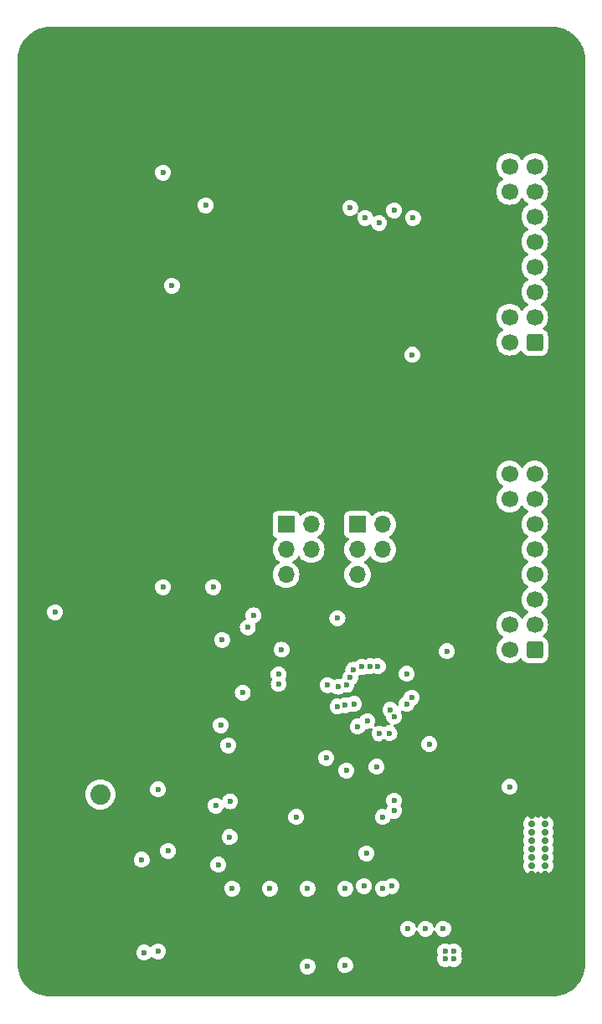
<source format=gbr>
%TF.GenerationSoftware,KiCad,Pcbnew,8.0.1*%
%TF.CreationDate,2024-04-20T11:28:48-04:00*%
%TF.ProjectId,Bridge_Controller,42726964-6765-45f4-936f-6e74726f6c6c,v1.0*%
%TF.SameCoordinates,Original*%
%TF.FileFunction,Copper,L2,Inr*%
%TF.FilePolarity,Positive*%
%FSLAX46Y46*%
G04 Gerber Fmt 4.6, Leading zero omitted, Abs format (unit mm)*
G04 Created by KiCad (PCBNEW 8.0.1) date 2024-04-20 11:28:48*
%MOMM*%
%LPD*%
G01*
G04 APERTURE LIST*
G04 Aperture macros list*
%AMRoundRect*
0 Rectangle with rounded corners*
0 $1 Rounding radius*
0 $2 $3 $4 $5 $6 $7 $8 $9 X,Y pos of 4 corners*
0 Add a 4 corners polygon primitive as box body*
4,1,4,$2,$3,$4,$5,$6,$7,$8,$9,$2,$3,0*
0 Add four circle primitives for the rounded corners*
1,1,$1+$1,$2,$3*
1,1,$1+$1,$4,$5*
1,1,$1+$1,$6,$7*
1,1,$1+$1,$8,$9*
0 Add four rect primitives between the rounded corners*
20,1,$1+$1,$2,$3,$4,$5,0*
20,1,$1+$1,$4,$5,$6,$7,0*
20,1,$1+$1,$6,$7,$8,$9,0*
20,1,$1+$1,$8,$9,$2,$3,0*%
G04 Aperture macros list end*
%TA.AperFunction,ComponentPad*%
%ADD10R,1.700000X1.700000*%
%TD*%
%TA.AperFunction,ComponentPad*%
%ADD11O,1.700000X1.700000*%
%TD*%
%TA.AperFunction,ComponentPad*%
%ADD12RoundRect,0.250000X0.600000X0.600000X-0.600000X0.600000X-0.600000X-0.600000X0.600000X-0.600000X0*%
%TD*%
%TA.AperFunction,ComponentPad*%
%ADD13C,1.700000*%
%TD*%
%TA.AperFunction,ComponentPad*%
%ADD14C,5.562600*%
%TD*%
%TA.AperFunction,ComponentPad*%
%ADD15C,0.700000*%
%TD*%
%TA.AperFunction,ComponentPad*%
%ADD16O,2.400000X0.900000*%
%TD*%
%TA.AperFunction,ComponentPad*%
%ADD17O,1.700000X0.900000*%
%TD*%
%TA.AperFunction,ComponentPad*%
%ADD18C,2.050000*%
%TD*%
%TA.AperFunction,ComponentPad*%
%ADD19C,2.250000*%
%TD*%
%TA.AperFunction,ViaPad*%
%ADD20C,0.600000*%
%TD*%
G04 APERTURE END LIST*
D10*
%TO.N,UPDI*%
%TO.C,J1*%
X57780000Y-64785000D03*
D11*
%TO.N,+5V*%
X60320000Y-64785000D03*
%TO.N,unconnected-(J1-NC-Pad3)*%
X57780000Y-67325000D03*
%TO.N,unconnected-(J1-NC-Pad4)*%
X60320000Y-67325000D03*
%TO.N,unconnected-(J1-NC-Pad5)*%
X57780000Y-69865000D03*
%TO.N,GND*%
X60320000Y-69865000D03*
%TD*%
D12*
%TO.N,PG0*%
%TO.C,J2*%
X75682500Y-46355000D03*
D13*
%TO.N,PG1*%
X73142500Y-46355000D03*
%TO.N,PG2*%
X75682500Y-43815000D03*
%TO.N,PG3*%
X73142500Y-43815000D03*
%TO.N,PG4*%
X75682500Y-41275000D03*
%TO.N,GND*%
X73142500Y-41275000D03*
%TO.N,PG5*%
X75682500Y-38735000D03*
%TO.N,GND*%
X73142500Y-38735000D03*
%TO.N,PG6*%
X75682500Y-36195000D03*
%TO.N,GND*%
X73142500Y-36195000D03*
%TO.N,PG7*%
X75682500Y-33655000D03*
%TO.N,GND*%
X73142500Y-33655000D03*
%TO.N,AIN0*%
X75682500Y-31115000D03*
%TO.N,+5V*%
X73142500Y-31115000D03*
%TO.N,AIN1*%
X75682500Y-28575000D03*
%TO.N,+5V*%
X73142500Y-28575000D03*
%TD*%
D10*
%TO.N,PB0*%
%TO.C,J4*%
X50541000Y-64785000D03*
D11*
%TO.N,PB1*%
X53081000Y-64785000D03*
%TO.N,PB2*%
X50541000Y-67325000D03*
%TO.N,PB3*%
X53081000Y-67325000D03*
%TO.N,+5V*%
X50541000Y-69865000D03*
%TO.N,GND*%
X53081000Y-69865000D03*
%TD*%
D14*
%TO.N,GND*%
%TO.C,H1*%
X26670000Y-17780000D03*
%TD*%
%TO.N,GND*%
%TO.C,H2*%
X26670000Y-109220000D03*
%TD*%
%TO.N,GND*%
%TO.C,H3*%
X77470000Y-17780000D03*
%TD*%
D15*
%TO.N,GND*%
%TO.C,J5*%
X75350000Y-100130000D03*
%TO.N,VBUS*%
X75350000Y-99280000D03*
%TO.N,Net-(J5-CC1)*%
X75350000Y-98430000D03*
%TO.N,USBDP*%
X75350000Y-97580000D03*
%TO.N,USBDM*%
X75350000Y-96730000D03*
%TO.N,unconnected-(J5-SBU1-PadA8)*%
X75350000Y-95880000D03*
%TO.N,VBUS*%
X75350000Y-95030000D03*
%TO.N,GND*%
X75350000Y-94180000D03*
X76700000Y-94180000D03*
%TO.N,VBUS*%
X76700000Y-95030000D03*
%TO.N,Net-(J5-CC2)*%
X76700000Y-95880000D03*
%TO.N,USBDP*%
X76700000Y-96730000D03*
%TO.N,USBDM*%
X76700000Y-97580000D03*
%TO.N,unconnected-(J5-SBU2-PadB8)*%
X76700000Y-98430000D03*
%TO.N,VBUS*%
X76700000Y-99280000D03*
%TO.N,GND*%
X76700000Y-100130000D03*
D16*
X76330000Y-101480000D03*
D17*
X79710000Y-101480000D03*
D16*
X76330000Y-92830000D03*
D17*
X79710000Y-92830000D03*
%TD*%
D12*
%TO.N,PE0*%
%TO.C,J3*%
X75682500Y-77470000D03*
D13*
%TO.N,PE1*%
X73142500Y-77470000D03*
%TO.N,PE2*%
X75682500Y-74930000D03*
%TO.N,PE3*%
X73142500Y-74930000D03*
%TO.N,PE4*%
X75682500Y-72390000D03*
%TO.N,GND*%
X73142500Y-72390000D03*
%TO.N,PE5*%
X75682500Y-69850000D03*
%TO.N,GND*%
X73142500Y-69850000D03*
%TO.N,PE6*%
X75682500Y-67310000D03*
%TO.N,GND*%
X73142500Y-67310000D03*
%TO.N,PE7*%
X75682500Y-64770000D03*
%TO.N,GND*%
X73142500Y-64770000D03*
%TO.N,AIN2*%
X75682500Y-62230000D03*
%TO.N,+5V*%
X73142500Y-62230000D03*
%TO.N,AIN3*%
X75682500Y-59690000D03*
%TO.N,+5V*%
X73142500Y-59690000D03*
%TD*%
D18*
%TO.N,EXT_REF*%
%TO.C,J6*%
X31750000Y-92075000D03*
D19*
%TO.N,GND*%
X34290000Y-89535000D03*
X29210000Y-89535000D03*
X34290000Y-94615000D03*
X29210000Y-94615000D03*
%TD*%
D14*
%TO.N,GND*%
%TO.C,H4*%
X77470000Y-109220000D03*
%TD*%
D20*
%TO.N,GND*%
X63373000Y-98933000D03*
X55245000Y-89535000D03*
X63373000Y-96901000D03*
X37338000Y-34925000D03*
X29000000Y-106000000D03*
X28500000Y-30500000D03*
X56000000Y-48500000D03*
X50927000Y-26797000D03*
X43180000Y-25654000D03*
X30000000Y-103500000D03*
X66294000Y-93980000D03*
X32639000Y-38354000D03*
X62357000Y-97917000D03*
X47625000Y-93980000D03*
X79375000Y-86360000D03*
X32893000Y-23749000D03*
X50800000Y-21717000D03*
X60071000Y-56388000D03*
X60452000Y-86741000D03*
X28500000Y-39000000D03*
X40640000Y-66040000D03*
X24765000Y-70485000D03*
X41275000Y-50165000D03*
X24765000Y-76200000D03*
X37973000Y-24257000D03*
X27500000Y-97000000D03*
X59436000Y-26924000D03*
X30500000Y-23000000D03*
X35306000Y-19177000D03*
X41275000Y-85090000D03*
X24765000Y-95250000D03*
X24765000Y-36830000D03*
X31500000Y-99000000D03*
X68580000Y-86360000D03*
X69342000Y-77216000D03*
X39497000Y-89281000D03*
X46355000Y-95885000D03*
X61341000Y-96901000D03*
X41275000Y-80010000D03*
X24765000Y-88900000D03*
X75565000Y-104775000D03*
X41275000Y-109855000D03*
X28500000Y-79000000D03*
X35179000Y-23749000D03*
X37973000Y-43561000D03*
X37973000Y-26416000D03*
X48260000Y-35560000D03*
X64227000Y-80772000D03*
X24765000Y-31750000D03*
X67437000Y-100584000D03*
X24765000Y-51435000D03*
X29500000Y-47500000D03*
X30353000Y-45847000D03*
X57912000Y-20066000D03*
X36576000Y-46101000D03*
X45339000Y-33909000D03*
X52832000Y-77470000D03*
X55118000Y-36449000D03*
X61341000Y-98933000D03*
X48260000Y-39370000D03*
X33401000Y-46228000D03*
X35052000Y-36957000D03*
X34925000Y-55245000D03*
X72898000Y-107950000D03*
X34036000Y-32004000D03*
X62230000Y-101600000D03*
X36195000Y-32639000D03*
X29845000Y-97790000D03*
X67056000Y-18161000D03*
X24765000Y-57150000D03*
X32258000Y-32004000D03*
X53848000Y-36449000D03*
X52451000Y-36449000D03*
X55245000Y-34417000D03*
X36830000Y-85090000D03*
X70993000Y-98806000D03*
X50165000Y-91440000D03*
X47625000Y-88900000D03*
X44704000Y-19939000D03*
X28000000Y-87000000D03*
X74000000Y-87500000D03*
X45085000Y-38227000D03*
X29972000Y-35560000D03*
X70104000Y-102489000D03*
X41275000Y-95885000D03*
X55246841Y-84412181D03*
%TO.N,+5V*%
X60325000Y-101600000D03*
X54610000Y-88392000D03*
X52705000Y-101600000D03*
X66421000Y-105664000D03*
X67500500Y-107950000D03*
X51562000Y-94361000D03*
X38100000Y-71120000D03*
X65024000Y-86995000D03*
X61468000Y-92710000D03*
X35941000Y-98679000D03*
X63373000Y-33782000D03*
X37592000Y-107950000D03*
X64643000Y-105664000D03*
X63304000Y-47625000D03*
X37592000Y-91567000D03*
X42418000Y-32512000D03*
X43688000Y-99187000D03*
X62865000Y-105664000D03*
X66802000Y-77597000D03*
X66611500Y-108712000D03*
X66611500Y-107950000D03*
X67500500Y-108712000D03*
X43180000Y-71120000D03*
X56515000Y-101600000D03*
X58420000Y-101346000D03*
X55729508Y-74271508D03*
%TO.N,RX_LED*%
X61468000Y-93726000D03*
X56515000Y-109347000D03*
%TO.N,TX_LED*%
X52705000Y-109474000D03*
X60325000Y-94361000D03*
%TO.N,AIN0*%
X61468000Y-84201000D03*
%TO.N,PG3*%
X57338224Y-79464237D03*
%TO.N,PG7*%
X54737000Y-81026000D03*
%TO.N,PG2*%
X58219583Y-79185300D03*
%TO.N,PG6*%
X55795000Y-81182288D03*
%TO.N,PG0*%
X59817000Y-79121000D03*
%TO.N,PG5*%
X56625658Y-81001980D03*
%TO.N,AIN1*%
X61071000Y-83523589D03*
%TO.N,PG4*%
X57042152Y-80261009D03*
%TO.N,PG1*%
X59016997Y-79121000D03*
%TO.N,AIN3*%
X63246000Y-82296000D03*
%TO.N,AIN2*%
X62738000Y-82931000D03*
%TO.N,PE2*%
X62738000Y-79883000D03*
%TO.N,Net-(J5-CC1)*%
X73152000Y-91313000D03*
%TO.N,MOSI*%
X44870000Y-92780000D03*
X61459000Y-33029000D03*
X47244000Y-73970000D03*
X46159000Y-81788000D03*
%TO.N,MISO*%
X59944000Y-34290000D03*
X43942000Y-85090000D03*
%TO.N,SCLK*%
X44704000Y-87122000D03*
X46667000Y-75184000D03*
X43434000Y-93218000D03*
X57023000Y-32766000D03*
%TO.N,RUN_LED*%
X56642000Y-89662000D03*
X45085000Y-101600000D03*
%TO.N,ERROR_LED*%
X59690000Y-89281000D03*
X48895000Y-101600000D03*
%TO.N,XO_EN*%
X59986000Y-85936000D03*
X38608000Y-97790000D03*
%TO.N,Net-(U3-VOUT_A)*%
X27178000Y-73660000D03*
X44069000Y-76454000D03*
%TO.N,Net-(U4-VOUT)*%
X36195000Y-108077000D03*
X44831000Y-96393000D03*
%TO.N,+2V5*%
X38100000Y-29210000D03*
X38989000Y-40640000D03*
%TO.N,TX*%
X61214000Y-101346000D03*
X49779076Y-79946499D03*
%TO.N,~{CS_DAC}*%
X60983030Y-85896393D03*
X50091000Y-77435788D03*
%TO.N,RX*%
X49787108Y-80911954D03*
X58674000Y-98044000D03*
%TO.N,~{CS_ADC}*%
X58547000Y-33782000D03*
X58755688Y-84663682D03*
%TO.N,PB1*%
X56515000Y-83058000D03*
%TO.N,PB0*%
X55753000Y-83185000D03*
%TO.N,PB2*%
X57404000Y-82931000D03*
%TO.N,PB3*%
X57785000Y-85217000D03*
%TD*%
%TA.AperFunction,Conductor*%
%TO.N,GND*%
G36*
X77473243Y-14470669D02*
G01*
X77809450Y-14488290D01*
X77822358Y-14489647D01*
X78151677Y-14541806D01*
X78164342Y-14544497D01*
X78486422Y-14630798D01*
X78498749Y-14634803D01*
X78810038Y-14754296D01*
X78821873Y-14759565D01*
X79118976Y-14910947D01*
X79130191Y-14917423D01*
X79409832Y-15099023D01*
X79420313Y-15106638D01*
X79679441Y-15316475D01*
X79689086Y-15325160D01*
X79924839Y-15560913D01*
X79933524Y-15570558D01*
X80143359Y-15829683D01*
X80150978Y-15840171D01*
X80332573Y-16119802D01*
X80339059Y-16131035D01*
X80490429Y-16428115D01*
X80495708Y-16439972D01*
X80615193Y-16751241D01*
X80619204Y-16763586D01*
X80705498Y-17085642D01*
X80708196Y-17098337D01*
X80760352Y-17427641D01*
X80761709Y-17440549D01*
X80779330Y-17776756D01*
X80779500Y-17783246D01*
X80779500Y-109216753D01*
X80779330Y-109223243D01*
X80761709Y-109559450D01*
X80760352Y-109572358D01*
X80708196Y-109901662D01*
X80705498Y-109914357D01*
X80619204Y-110236413D01*
X80615193Y-110248758D01*
X80495708Y-110560027D01*
X80490429Y-110571884D01*
X80339059Y-110868964D01*
X80332569Y-110880204D01*
X80150983Y-111159822D01*
X80143354Y-111170323D01*
X79933524Y-111429441D01*
X79924839Y-111439086D01*
X79689086Y-111674839D01*
X79679441Y-111683524D01*
X79420323Y-111893354D01*
X79409822Y-111900983D01*
X79130204Y-112082569D01*
X79118964Y-112089059D01*
X78821884Y-112240429D01*
X78810027Y-112245708D01*
X78498758Y-112365193D01*
X78486413Y-112369204D01*
X78164357Y-112455498D01*
X78151662Y-112458196D01*
X77822358Y-112510352D01*
X77809450Y-112511709D01*
X77473244Y-112529330D01*
X77466754Y-112529500D01*
X26673246Y-112529500D01*
X26666756Y-112529330D01*
X26330549Y-112511709D01*
X26317641Y-112510352D01*
X25988337Y-112458196D01*
X25975642Y-112455498D01*
X25653586Y-112369204D01*
X25641241Y-112365193D01*
X25329972Y-112245708D01*
X25318115Y-112240429D01*
X25021029Y-112089055D01*
X25009802Y-112082573D01*
X24730171Y-111900978D01*
X24719683Y-111893359D01*
X24460558Y-111683524D01*
X24450913Y-111674839D01*
X24215160Y-111439086D01*
X24206475Y-111429441D01*
X24117648Y-111319749D01*
X23996638Y-111170313D01*
X23989023Y-111159832D01*
X23807423Y-110880191D01*
X23800947Y-110868976D01*
X23649565Y-110571873D01*
X23644296Y-110560038D01*
X23524803Y-110248749D01*
X23520798Y-110236422D01*
X23434497Y-109914342D01*
X23431806Y-109901677D01*
X23379647Y-109572358D01*
X23378290Y-109559450D01*
X23373812Y-109474003D01*
X51899435Y-109474003D01*
X51919630Y-109653249D01*
X51919631Y-109653254D01*
X51979211Y-109823523D01*
X52032345Y-109908084D01*
X52075184Y-109976262D01*
X52202738Y-110103816D01*
X52355478Y-110199789D01*
X52525745Y-110259368D01*
X52525750Y-110259369D01*
X52704996Y-110279565D01*
X52705000Y-110279565D01*
X52705004Y-110279565D01*
X52884249Y-110259369D01*
X52884252Y-110259368D01*
X52884255Y-110259368D01*
X53054522Y-110199789D01*
X53207262Y-110103816D01*
X53334816Y-109976262D01*
X53430789Y-109823522D01*
X53490368Y-109653255D01*
X53499483Y-109572358D01*
X53510565Y-109474003D01*
X53510565Y-109473996D01*
X53496256Y-109347003D01*
X55709435Y-109347003D01*
X55729630Y-109526249D01*
X55729631Y-109526254D01*
X55789211Y-109696523D01*
X55864384Y-109816159D01*
X55885184Y-109849262D01*
X56012738Y-109976816D01*
X56165478Y-110072789D01*
X56254148Y-110103816D01*
X56335745Y-110132368D01*
X56335750Y-110132369D01*
X56514996Y-110152565D01*
X56515000Y-110152565D01*
X56515004Y-110152565D01*
X56694249Y-110132369D01*
X56694252Y-110132368D01*
X56694255Y-110132368D01*
X56864522Y-110072789D01*
X57017262Y-109976816D01*
X57144816Y-109849262D01*
X57240789Y-109696522D01*
X57300368Y-109526255D01*
X57303623Y-109497368D01*
X57320565Y-109347003D01*
X57320565Y-109346996D01*
X57300369Y-109167750D01*
X57300368Y-109167745D01*
X57285228Y-109124478D01*
X57240789Y-108997478D01*
X57224615Y-108971738D01*
X57201582Y-108935080D01*
X57144816Y-108844738D01*
X57017262Y-108717184D01*
X57009017Y-108712003D01*
X65805935Y-108712003D01*
X65826130Y-108891249D01*
X65826131Y-108891254D01*
X65885711Y-109061523D01*
X65981684Y-109214262D01*
X66109238Y-109341816D01*
X66167000Y-109378110D01*
X66232530Y-109419286D01*
X66261978Y-109437789D01*
X66365452Y-109473996D01*
X66432245Y-109497368D01*
X66432250Y-109497369D01*
X66611496Y-109517565D01*
X66611500Y-109517565D01*
X66611504Y-109517565D01*
X66790749Y-109497369D01*
X66790752Y-109497368D01*
X66790755Y-109497368D01*
X66961022Y-109437789D01*
X66990027Y-109419564D01*
X67057263Y-109400563D01*
X67121973Y-109419564D01*
X67150975Y-109437788D01*
X67321245Y-109497368D01*
X67321250Y-109497369D01*
X67500496Y-109517565D01*
X67500500Y-109517565D01*
X67500504Y-109517565D01*
X67679749Y-109497369D01*
X67679752Y-109497368D01*
X67679755Y-109497368D01*
X67850022Y-109437789D01*
X68002762Y-109341816D01*
X68130316Y-109214262D01*
X68226289Y-109061522D01*
X68285868Y-108891255D01*
X68291109Y-108844738D01*
X68306065Y-108712003D01*
X68306065Y-108711996D01*
X68285869Y-108532750D01*
X68285866Y-108532737D01*
X68229606Y-108371955D01*
X68226044Y-108302176D01*
X68229606Y-108290045D01*
X68285866Y-108129262D01*
X68285869Y-108129249D01*
X68306065Y-107950003D01*
X68306065Y-107949996D01*
X68285869Y-107770750D01*
X68285868Y-107770745D01*
X68270728Y-107727478D01*
X68226289Y-107600478D01*
X68210115Y-107574738D01*
X68130315Y-107447737D01*
X68002762Y-107320184D01*
X67850023Y-107224211D01*
X67679754Y-107164631D01*
X67679749Y-107164630D01*
X67500504Y-107144435D01*
X67500496Y-107144435D01*
X67321250Y-107164630D01*
X67321237Y-107164633D01*
X67150980Y-107224209D01*
X67121970Y-107242437D01*
X67054733Y-107261436D01*
X66990030Y-107242437D01*
X66961019Y-107224209D01*
X66790762Y-107164633D01*
X66790749Y-107164630D01*
X66611504Y-107144435D01*
X66611496Y-107144435D01*
X66432250Y-107164630D01*
X66432245Y-107164631D01*
X66261976Y-107224211D01*
X66109237Y-107320184D01*
X65981684Y-107447737D01*
X65885711Y-107600476D01*
X65826131Y-107770745D01*
X65826130Y-107770750D01*
X65805935Y-107949996D01*
X65805935Y-107950003D01*
X65826130Y-108129249D01*
X65826133Y-108129262D01*
X65882394Y-108290045D01*
X65885956Y-108359824D01*
X65882394Y-108371955D01*
X65826133Y-108532737D01*
X65826130Y-108532750D01*
X65805935Y-108711996D01*
X65805935Y-108712003D01*
X57009017Y-108712003D01*
X56864523Y-108621211D01*
X56694254Y-108561631D01*
X56694249Y-108561630D01*
X56515004Y-108541435D01*
X56514996Y-108541435D01*
X56335750Y-108561630D01*
X56335745Y-108561631D01*
X56165476Y-108621211D01*
X56012737Y-108717184D01*
X55885184Y-108844737D01*
X55789211Y-108997476D01*
X55729631Y-109167745D01*
X55729630Y-109167750D01*
X55709435Y-109346996D01*
X55709435Y-109347003D01*
X53496256Y-109347003D01*
X53490369Y-109294750D01*
X53490368Y-109294745D01*
X53465348Y-109223243D01*
X53430789Y-109124478D01*
X53334816Y-108971738D01*
X53207262Y-108844184D01*
X53054523Y-108748211D01*
X52884254Y-108688631D01*
X52884249Y-108688630D01*
X52705004Y-108668435D01*
X52704996Y-108668435D01*
X52525750Y-108688630D01*
X52525745Y-108688631D01*
X52355476Y-108748211D01*
X52202737Y-108844184D01*
X52075184Y-108971737D01*
X51979211Y-109124476D01*
X51919631Y-109294745D01*
X51919630Y-109294750D01*
X51899435Y-109473996D01*
X51899435Y-109474003D01*
X23373812Y-109474003D01*
X23360670Y-109223243D01*
X23360500Y-109216753D01*
X23360500Y-108077003D01*
X35389435Y-108077003D01*
X35409630Y-108256249D01*
X35409631Y-108256254D01*
X35469211Y-108426523D01*
X35541416Y-108541435D01*
X35565184Y-108579262D01*
X35692738Y-108706816D01*
X35845478Y-108802789D01*
X36015745Y-108862368D01*
X36015750Y-108862369D01*
X36194996Y-108882565D01*
X36195000Y-108882565D01*
X36195004Y-108882565D01*
X36374249Y-108862369D01*
X36374252Y-108862368D01*
X36374255Y-108862368D01*
X36544522Y-108802789D01*
X36697262Y-108706816D01*
X36824816Y-108579262D01*
X36844104Y-108548565D01*
X36896436Y-108502275D01*
X36965489Y-108491625D01*
X37029338Y-108519999D01*
X37036778Y-108526856D01*
X37089738Y-108579816D01*
X37242478Y-108675789D01*
X37331148Y-108706816D01*
X37412745Y-108735368D01*
X37412750Y-108735369D01*
X37591996Y-108755565D01*
X37592000Y-108755565D01*
X37592004Y-108755565D01*
X37771249Y-108735369D01*
X37771252Y-108735368D01*
X37771255Y-108735368D01*
X37941522Y-108675789D01*
X38094262Y-108579816D01*
X38221816Y-108452262D01*
X38317789Y-108299522D01*
X38377368Y-108129255D01*
X38377369Y-108129249D01*
X38397565Y-107950003D01*
X38397565Y-107949996D01*
X38377369Y-107770750D01*
X38377368Y-107770745D01*
X38362228Y-107727478D01*
X38317789Y-107600478D01*
X38301615Y-107574738D01*
X38221815Y-107447737D01*
X38094262Y-107320184D01*
X37941523Y-107224211D01*
X37771254Y-107164631D01*
X37771249Y-107164630D01*
X37592004Y-107144435D01*
X37591996Y-107144435D01*
X37412750Y-107164630D01*
X37412745Y-107164631D01*
X37242476Y-107224211D01*
X37089737Y-107320184D01*
X36962184Y-107447737D01*
X36962182Y-107447740D01*
X36942895Y-107478435D01*
X36890560Y-107524726D01*
X36821506Y-107535373D01*
X36757658Y-107506997D01*
X36750221Y-107500143D01*
X36697262Y-107447184D01*
X36544523Y-107351211D01*
X36374254Y-107291631D01*
X36374249Y-107291630D01*
X36195004Y-107271435D01*
X36194996Y-107271435D01*
X36015750Y-107291630D01*
X36015745Y-107291631D01*
X35845476Y-107351211D01*
X35692737Y-107447184D01*
X35565184Y-107574737D01*
X35469211Y-107727476D01*
X35409631Y-107897745D01*
X35409630Y-107897750D01*
X35389435Y-108076996D01*
X35389435Y-108077003D01*
X23360500Y-108077003D01*
X23360500Y-105664003D01*
X62059435Y-105664003D01*
X62079630Y-105843249D01*
X62079631Y-105843254D01*
X62139211Y-106013523D01*
X62235184Y-106166262D01*
X62362738Y-106293816D01*
X62515478Y-106389789D01*
X62685745Y-106449368D01*
X62685750Y-106449369D01*
X62864996Y-106469565D01*
X62865000Y-106469565D01*
X62865004Y-106469565D01*
X63044249Y-106449369D01*
X63044252Y-106449368D01*
X63044255Y-106449368D01*
X63214522Y-106389789D01*
X63367262Y-106293816D01*
X63494816Y-106166262D01*
X63590789Y-106013522D01*
X63636958Y-105881579D01*
X63677680Y-105824802D01*
X63742633Y-105799055D01*
X63811194Y-105812511D01*
X63861597Y-105860898D01*
X63871042Y-105881579D01*
X63917210Y-106013521D01*
X64013184Y-106166262D01*
X64140738Y-106293816D01*
X64293478Y-106389789D01*
X64463745Y-106449368D01*
X64463750Y-106449369D01*
X64642996Y-106469565D01*
X64643000Y-106469565D01*
X64643004Y-106469565D01*
X64822249Y-106449369D01*
X64822252Y-106449368D01*
X64822255Y-106449368D01*
X64992522Y-106389789D01*
X65145262Y-106293816D01*
X65272816Y-106166262D01*
X65368789Y-106013522D01*
X65414958Y-105881579D01*
X65455680Y-105824802D01*
X65520633Y-105799055D01*
X65589194Y-105812511D01*
X65639597Y-105860898D01*
X65649042Y-105881579D01*
X65695210Y-106013521D01*
X65791184Y-106166262D01*
X65918738Y-106293816D01*
X66071478Y-106389789D01*
X66241745Y-106449368D01*
X66241750Y-106449369D01*
X66420996Y-106469565D01*
X66421000Y-106469565D01*
X66421004Y-106469565D01*
X66600249Y-106449369D01*
X66600252Y-106449368D01*
X66600255Y-106449368D01*
X66770522Y-106389789D01*
X66923262Y-106293816D01*
X67050816Y-106166262D01*
X67146789Y-106013522D01*
X67206368Y-105843255D01*
X67226565Y-105664000D01*
X67206368Y-105484745D01*
X67146789Y-105314478D01*
X67050816Y-105161738D01*
X66923262Y-105034184D01*
X66770523Y-104938211D01*
X66600254Y-104878631D01*
X66600249Y-104878630D01*
X66421004Y-104858435D01*
X66420996Y-104858435D01*
X66241750Y-104878630D01*
X66241745Y-104878631D01*
X66071476Y-104938211D01*
X65918737Y-105034184D01*
X65791184Y-105161737D01*
X65695209Y-105314480D01*
X65649041Y-105446421D01*
X65608320Y-105503197D01*
X65543367Y-105528944D01*
X65474805Y-105515488D01*
X65424403Y-105467100D01*
X65414959Y-105446421D01*
X65368790Y-105314480D01*
X65368789Y-105314478D01*
X65272816Y-105161738D01*
X65145262Y-105034184D01*
X64992523Y-104938211D01*
X64822254Y-104878631D01*
X64822249Y-104878630D01*
X64643004Y-104858435D01*
X64642996Y-104858435D01*
X64463750Y-104878630D01*
X64463745Y-104878631D01*
X64293476Y-104938211D01*
X64140737Y-105034184D01*
X64013184Y-105161737D01*
X63917209Y-105314480D01*
X63871041Y-105446421D01*
X63830320Y-105503197D01*
X63765367Y-105528944D01*
X63696805Y-105515488D01*
X63646403Y-105467100D01*
X63636959Y-105446421D01*
X63590790Y-105314480D01*
X63590789Y-105314478D01*
X63494816Y-105161738D01*
X63367262Y-105034184D01*
X63214523Y-104938211D01*
X63044254Y-104878631D01*
X63044249Y-104878630D01*
X62865004Y-104858435D01*
X62864996Y-104858435D01*
X62685750Y-104878630D01*
X62685745Y-104878631D01*
X62515476Y-104938211D01*
X62362737Y-105034184D01*
X62235184Y-105161737D01*
X62139211Y-105314476D01*
X62079631Y-105484745D01*
X62079630Y-105484750D01*
X62059435Y-105663996D01*
X62059435Y-105664003D01*
X23360500Y-105664003D01*
X23360500Y-101600003D01*
X44279435Y-101600003D01*
X44299630Y-101779249D01*
X44299631Y-101779254D01*
X44359211Y-101949523D01*
X44455184Y-102102262D01*
X44582738Y-102229816D01*
X44735478Y-102325789D01*
X44905745Y-102385368D01*
X44905750Y-102385369D01*
X45084996Y-102405565D01*
X45085000Y-102405565D01*
X45085004Y-102405565D01*
X45264249Y-102385369D01*
X45264252Y-102385368D01*
X45264255Y-102385368D01*
X45434522Y-102325789D01*
X45587262Y-102229816D01*
X45714816Y-102102262D01*
X45810789Y-101949522D01*
X45870368Y-101779255D01*
X45870369Y-101779249D01*
X45890565Y-101600003D01*
X48089435Y-101600003D01*
X48109630Y-101779249D01*
X48109631Y-101779254D01*
X48169211Y-101949523D01*
X48265184Y-102102262D01*
X48392738Y-102229816D01*
X48545478Y-102325789D01*
X48715745Y-102385368D01*
X48715750Y-102385369D01*
X48894996Y-102405565D01*
X48895000Y-102405565D01*
X48895004Y-102405565D01*
X49074249Y-102385369D01*
X49074252Y-102385368D01*
X49074255Y-102385368D01*
X49244522Y-102325789D01*
X49397262Y-102229816D01*
X49524816Y-102102262D01*
X49620789Y-101949522D01*
X49680368Y-101779255D01*
X49680369Y-101779249D01*
X49700565Y-101600003D01*
X51899435Y-101600003D01*
X51919630Y-101779249D01*
X51919631Y-101779254D01*
X51979211Y-101949523D01*
X52075184Y-102102262D01*
X52202738Y-102229816D01*
X52355478Y-102325789D01*
X52525745Y-102385368D01*
X52525750Y-102385369D01*
X52704996Y-102405565D01*
X52705000Y-102405565D01*
X52705004Y-102405565D01*
X52884249Y-102385369D01*
X52884252Y-102385368D01*
X52884255Y-102385368D01*
X53054522Y-102325789D01*
X53207262Y-102229816D01*
X53334816Y-102102262D01*
X53430789Y-101949522D01*
X53490368Y-101779255D01*
X53490369Y-101779249D01*
X53510565Y-101600003D01*
X55709435Y-101600003D01*
X55729630Y-101779249D01*
X55729631Y-101779254D01*
X55789211Y-101949523D01*
X55885184Y-102102262D01*
X56012738Y-102229816D01*
X56165478Y-102325789D01*
X56335745Y-102385368D01*
X56335750Y-102385369D01*
X56514996Y-102405565D01*
X56515000Y-102405565D01*
X56515004Y-102405565D01*
X56694249Y-102385369D01*
X56694252Y-102385368D01*
X56694255Y-102385368D01*
X56864522Y-102325789D01*
X57017262Y-102229816D01*
X57144816Y-102102262D01*
X57240789Y-101949522D01*
X57300368Y-101779255D01*
X57300369Y-101779249D01*
X57320565Y-101600003D01*
X57320565Y-101599996D01*
X57300369Y-101420750D01*
X57300368Y-101420745D01*
X57274215Y-101346003D01*
X57614435Y-101346003D01*
X57634630Y-101525249D01*
X57634631Y-101525254D01*
X57694211Y-101695523D01*
X57746820Y-101779249D01*
X57790184Y-101848262D01*
X57917738Y-101975816D01*
X58070478Y-102071789D01*
X58221726Y-102124713D01*
X58240745Y-102131368D01*
X58240750Y-102131369D01*
X58419996Y-102151565D01*
X58420000Y-102151565D01*
X58420004Y-102151565D01*
X58599249Y-102131369D01*
X58599252Y-102131368D01*
X58599255Y-102131368D01*
X58769522Y-102071789D01*
X58922262Y-101975816D01*
X59049816Y-101848262D01*
X59145789Y-101695522D01*
X59179213Y-101600003D01*
X59519435Y-101600003D01*
X59539630Y-101779249D01*
X59539631Y-101779254D01*
X59599211Y-101949523D01*
X59695184Y-102102262D01*
X59822738Y-102229816D01*
X59975478Y-102325789D01*
X60145745Y-102385368D01*
X60145750Y-102385369D01*
X60324996Y-102405565D01*
X60325000Y-102405565D01*
X60325004Y-102405565D01*
X60504249Y-102385369D01*
X60504252Y-102385368D01*
X60504255Y-102385368D01*
X60674522Y-102325789D01*
X60827262Y-102229816D01*
X60898881Y-102158196D01*
X60960201Y-102124713D01*
X61027514Y-102128837D01*
X61034745Y-102131368D01*
X61034749Y-102131368D01*
X61034751Y-102131369D01*
X61034748Y-102131369D01*
X61213996Y-102151565D01*
X61214000Y-102151565D01*
X61214004Y-102151565D01*
X61393249Y-102131369D01*
X61393252Y-102131368D01*
X61393255Y-102131368D01*
X61563522Y-102071789D01*
X61716262Y-101975816D01*
X61843816Y-101848262D01*
X61939789Y-101695522D01*
X61999368Y-101525255D01*
X62011143Y-101420750D01*
X62019565Y-101346003D01*
X62019565Y-101345996D01*
X61999369Y-101166750D01*
X61999368Y-101166745D01*
X61939788Y-100996476D01*
X61843815Y-100843737D01*
X61716262Y-100716184D01*
X61563523Y-100620211D01*
X61393254Y-100560631D01*
X61393249Y-100560630D01*
X61214004Y-100540435D01*
X61213996Y-100540435D01*
X61034750Y-100560630D01*
X61034745Y-100560631D01*
X60864476Y-100620211D01*
X60711734Y-100716186D01*
X60711733Y-100716187D01*
X60640118Y-100787801D01*
X60578795Y-100821286D01*
X60511485Y-100817161D01*
X60504260Y-100814633D01*
X60504249Y-100814630D01*
X60325004Y-100794435D01*
X60324996Y-100794435D01*
X60145750Y-100814630D01*
X60145745Y-100814631D01*
X59975476Y-100874211D01*
X59822737Y-100970184D01*
X59695184Y-101097737D01*
X59599211Y-101250476D01*
X59539631Y-101420745D01*
X59539630Y-101420750D01*
X59519435Y-101599996D01*
X59519435Y-101600003D01*
X59179213Y-101600003D01*
X59205368Y-101525255D01*
X59217143Y-101420750D01*
X59225565Y-101346003D01*
X59225565Y-101345996D01*
X59205369Y-101166750D01*
X59205368Y-101166745D01*
X59145788Y-100996476D01*
X59049815Y-100843737D01*
X58922262Y-100716184D01*
X58769523Y-100620211D01*
X58599254Y-100560631D01*
X58599249Y-100560630D01*
X58420004Y-100540435D01*
X58419996Y-100540435D01*
X58240750Y-100560630D01*
X58240745Y-100560631D01*
X58070476Y-100620211D01*
X57917737Y-100716184D01*
X57790184Y-100843737D01*
X57694211Y-100996476D01*
X57634631Y-101166745D01*
X57634630Y-101166750D01*
X57614435Y-101345996D01*
X57614435Y-101346003D01*
X57274215Y-101346003D01*
X57240789Y-101250478D01*
X57144816Y-101097738D01*
X57017262Y-100970184D01*
X56864523Y-100874211D01*
X56694254Y-100814631D01*
X56694249Y-100814630D01*
X56515004Y-100794435D01*
X56514996Y-100794435D01*
X56335750Y-100814630D01*
X56335745Y-100814631D01*
X56165476Y-100874211D01*
X56012737Y-100970184D01*
X55885184Y-101097737D01*
X55789211Y-101250476D01*
X55729631Y-101420745D01*
X55729630Y-101420750D01*
X55709435Y-101599996D01*
X55709435Y-101600003D01*
X53510565Y-101600003D01*
X53510565Y-101599996D01*
X53490369Y-101420750D01*
X53490368Y-101420745D01*
X53464215Y-101346003D01*
X53430789Y-101250478D01*
X53334816Y-101097738D01*
X53207262Y-100970184D01*
X53054523Y-100874211D01*
X52884254Y-100814631D01*
X52884249Y-100814630D01*
X52705004Y-100794435D01*
X52704996Y-100794435D01*
X52525750Y-100814630D01*
X52525745Y-100814631D01*
X52355476Y-100874211D01*
X52202737Y-100970184D01*
X52075184Y-101097737D01*
X51979211Y-101250476D01*
X51919631Y-101420745D01*
X51919630Y-101420750D01*
X51899435Y-101599996D01*
X51899435Y-101600003D01*
X49700565Y-101600003D01*
X49700565Y-101599996D01*
X49680369Y-101420750D01*
X49680368Y-101420745D01*
X49654215Y-101346003D01*
X49620789Y-101250478D01*
X49524816Y-101097738D01*
X49397262Y-100970184D01*
X49244523Y-100874211D01*
X49074254Y-100814631D01*
X49074249Y-100814630D01*
X48895004Y-100794435D01*
X48894996Y-100794435D01*
X48715750Y-100814630D01*
X48715745Y-100814631D01*
X48545476Y-100874211D01*
X48392737Y-100970184D01*
X48265184Y-101097737D01*
X48169211Y-101250476D01*
X48109631Y-101420745D01*
X48109630Y-101420750D01*
X48089435Y-101599996D01*
X48089435Y-101600003D01*
X45890565Y-101600003D01*
X45890565Y-101599996D01*
X45870369Y-101420750D01*
X45870368Y-101420745D01*
X45844215Y-101346003D01*
X45810789Y-101250478D01*
X45714816Y-101097738D01*
X45587262Y-100970184D01*
X45434523Y-100874211D01*
X45264254Y-100814631D01*
X45264249Y-100814630D01*
X45085004Y-100794435D01*
X45084996Y-100794435D01*
X44905750Y-100814630D01*
X44905745Y-100814631D01*
X44735476Y-100874211D01*
X44582737Y-100970184D01*
X44455184Y-101097737D01*
X44359211Y-101250476D01*
X44299631Y-101420745D01*
X44299630Y-101420750D01*
X44279435Y-101599996D01*
X44279435Y-101600003D01*
X23360500Y-101600003D01*
X23360500Y-98679003D01*
X35135435Y-98679003D01*
X35155630Y-98858249D01*
X35155631Y-98858254D01*
X35215211Y-99028523D01*
X35261501Y-99102192D01*
X35311184Y-99181262D01*
X35438738Y-99308816D01*
X35591478Y-99404789D01*
X35742983Y-99457803D01*
X35761745Y-99464368D01*
X35761750Y-99464369D01*
X35940996Y-99484565D01*
X35941000Y-99484565D01*
X35941004Y-99484565D01*
X36120249Y-99464369D01*
X36120252Y-99464368D01*
X36120255Y-99464368D01*
X36290522Y-99404789D01*
X36443262Y-99308816D01*
X36565075Y-99187003D01*
X42882435Y-99187003D01*
X42902630Y-99366249D01*
X42902631Y-99366254D01*
X42962211Y-99536523D01*
X43019583Y-99627829D01*
X43058184Y-99689262D01*
X43185738Y-99816816D01*
X43338478Y-99912789D01*
X43508745Y-99972368D01*
X43508750Y-99972369D01*
X43687996Y-99992565D01*
X43688000Y-99992565D01*
X43688004Y-99992565D01*
X43867249Y-99972369D01*
X43867252Y-99972368D01*
X43867255Y-99972368D01*
X44037522Y-99912789D01*
X44190262Y-99816816D01*
X44317816Y-99689262D01*
X44413789Y-99536522D01*
X44473368Y-99366255D01*
X44483087Y-99280000D01*
X74494815Y-99280000D01*
X74513503Y-99457805D01*
X74513504Y-99457807D01*
X74568747Y-99627829D01*
X74568750Y-99627835D01*
X74658141Y-99782665D01*
X74688890Y-99816815D01*
X74777764Y-99915521D01*
X74777767Y-99915523D01*
X74777770Y-99915526D01*
X74922407Y-100020612D01*
X75085733Y-100093329D01*
X75260609Y-100130500D01*
X75260610Y-100130500D01*
X75439389Y-100130500D01*
X75439391Y-100130500D01*
X75614267Y-100093329D01*
X75777593Y-100020612D01*
X75922230Y-99915526D01*
X75932849Y-99903731D01*
X75992335Y-99867083D01*
X76062192Y-99868412D01*
X76117150Y-99903731D01*
X76127770Y-99915526D01*
X76272407Y-100020612D01*
X76435733Y-100093329D01*
X76610609Y-100130500D01*
X76610610Y-100130500D01*
X76789389Y-100130500D01*
X76789391Y-100130500D01*
X76964267Y-100093329D01*
X77127593Y-100020612D01*
X77272230Y-99915526D01*
X77274695Y-99912789D01*
X77298148Y-99886741D01*
X77391859Y-99782665D01*
X77481250Y-99627835D01*
X77536497Y-99457803D01*
X77555185Y-99280000D01*
X77536497Y-99102197D01*
X77481250Y-98932165D01*
X77472494Y-98916999D01*
X77456021Y-98849103D01*
X77472493Y-98793000D01*
X77481250Y-98777835D01*
X77536497Y-98607803D01*
X77555185Y-98430000D01*
X77536497Y-98252197D01*
X77481250Y-98082165D01*
X77472494Y-98066999D01*
X77456021Y-97999103D01*
X77472493Y-97943000D01*
X77481250Y-97927835D01*
X77536497Y-97757803D01*
X77555185Y-97580000D01*
X77536497Y-97402197D01*
X77481250Y-97232165D01*
X77472494Y-97216999D01*
X77456021Y-97149103D01*
X77472493Y-97093000D01*
X77481250Y-97077835D01*
X77536497Y-96907803D01*
X77555185Y-96730000D01*
X77536497Y-96552197D01*
X77481250Y-96382165D01*
X77472494Y-96366999D01*
X77456021Y-96299103D01*
X77472493Y-96243000D01*
X77481250Y-96227835D01*
X77536497Y-96057803D01*
X77555185Y-95880000D01*
X77536497Y-95702197D01*
X77481250Y-95532165D01*
X77472494Y-95516999D01*
X77456021Y-95449103D01*
X77472493Y-95393000D01*
X77481250Y-95377835D01*
X77536497Y-95207803D01*
X77555185Y-95030000D01*
X77536497Y-94852197D01*
X77490464Y-94710522D01*
X77481252Y-94682170D01*
X77481249Y-94682164D01*
X77391859Y-94527335D01*
X77323836Y-94451788D01*
X77272235Y-94394478D01*
X77272232Y-94394476D01*
X77272231Y-94394475D01*
X77272230Y-94394474D01*
X77127593Y-94289388D01*
X76964267Y-94216671D01*
X76964265Y-94216670D01*
X76799976Y-94181750D01*
X76789391Y-94179500D01*
X76610609Y-94179500D01*
X76600024Y-94181750D01*
X76435733Y-94216670D01*
X76435728Y-94216672D01*
X76272408Y-94289387D01*
X76127767Y-94394476D01*
X76117148Y-94406270D01*
X76057661Y-94442917D01*
X75987804Y-94441586D01*
X75932852Y-94406270D01*
X75922232Y-94394476D01*
X75922231Y-94394475D01*
X75922230Y-94394474D01*
X75777593Y-94289388D01*
X75614267Y-94216671D01*
X75614265Y-94216670D01*
X75449976Y-94181750D01*
X75439391Y-94179500D01*
X75260609Y-94179500D01*
X75250024Y-94181750D01*
X75085733Y-94216670D01*
X75085728Y-94216672D01*
X74922408Y-94289387D01*
X74777768Y-94394475D01*
X74658140Y-94527336D01*
X74568750Y-94682164D01*
X74568747Y-94682170D01*
X74513504Y-94852192D01*
X74513503Y-94852194D01*
X74494815Y-95030000D01*
X74513503Y-95207805D01*
X74513504Y-95207807D01*
X74568750Y-95377836D01*
X74577506Y-95393003D01*
X74593976Y-95460904D01*
X74577506Y-95516997D01*
X74568750Y-95532163D01*
X74513504Y-95702192D01*
X74513503Y-95702194D01*
X74494815Y-95880000D01*
X74513503Y-96057805D01*
X74513504Y-96057807D01*
X74568750Y-96227836D01*
X74577506Y-96243003D01*
X74593976Y-96310904D01*
X74577506Y-96366997D01*
X74568750Y-96382163D01*
X74513504Y-96552192D01*
X74513503Y-96552194D01*
X74494815Y-96730000D01*
X74513503Y-96907805D01*
X74513504Y-96907807D01*
X74568750Y-97077836D01*
X74577506Y-97093003D01*
X74593976Y-97160904D01*
X74577506Y-97216997D01*
X74568750Y-97232163D01*
X74513504Y-97402192D01*
X74513503Y-97402194D01*
X74494815Y-97580000D01*
X74513503Y-97757805D01*
X74513504Y-97757807D01*
X74568750Y-97927836D01*
X74577506Y-97943003D01*
X74593976Y-98010904D01*
X74577506Y-98066997D01*
X74568750Y-98082163D01*
X74513504Y-98252192D01*
X74513503Y-98252194D01*
X74494815Y-98430000D01*
X74513503Y-98607805D01*
X74513504Y-98607807D01*
X74568750Y-98777836D01*
X74577506Y-98793003D01*
X74593976Y-98860904D01*
X74577506Y-98916997D01*
X74568750Y-98932163D01*
X74513504Y-99102192D01*
X74513503Y-99102194D01*
X74494815Y-99280000D01*
X44483087Y-99280000D01*
X44493565Y-99187000D01*
X44492918Y-99181262D01*
X44473369Y-99007750D01*
X44473368Y-99007745D01*
X44418018Y-98849565D01*
X44413789Y-98837478D01*
X44385843Y-98793003D01*
X44371257Y-98769789D01*
X44317816Y-98684738D01*
X44190262Y-98557184D01*
X44172880Y-98546262D01*
X44037523Y-98461211D01*
X43867254Y-98401631D01*
X43867249Y-98401630D01*
X43688004Y-98381435D01*
X43687996Y-98381435D01*
X43508750Y-98401630D01*
X43508745Y-98401631D01*
X43338476Y-98461211D01*
X43185737Y-98557184D01*
X43058184Y-98684737D01*
X42962211Y-98837476D01*
X42902631Y-99007745D01*
X42902630Y-99007750D01*
X42882435Y-99186996D01*
X42882435Y-99187003D01*
X36565075Y-99187003D01*
X36570816Y-99181262D01*
X36666789Y-99028522D01*
X36726368Y-98858255D01*
X36728709Y-98837478D01*
X36746565Y-98679003D01*
X36746565Y-98678996D01*
X36726369Y-98499750D01*
X36726368Y-98499745D01*
X36701963Y-98430000D01*
X36666789Y-98329478D01*
X36570816Y-98176738D01*
X36443262Y-98049184D01*
X36290523Y-97953211D01*
X36120254Y-97893631D01*
X36120249Y-97893630D01*
X35941004Y-97873435D01*
X35940996Y-97873435D01*
X35761750Y-97893630D01*
X35761745Y-97893631D01*
X35591476Y-97953211D01*
X35438737Y-98049184D01*
X35311184Y-98176737D01*
X35215211Y-98329476D01*
X35155631Y-98499745D01*
X35155630Y-98499750D01*
X35135435Y-98678996D01*
X35135435Y-98679003D01*
X23360500Y-98679003D01*
X23360500Y-97790003D01*
X37802435Y-97790003D01*
X37822630Y-97969249D01*
X37822631Y-97969254D01*
X37882211Y-98139523D01*
X37953009Y-98252197D01*
X37978184Y-98292262D01*
X38105738Y-98419816D01*
X38258478Y-98515789D01*
X38345565Y-98546262D01*
X38428745Y-98575368D01*
X38428750Y-98575369D01*
X38607996Y-98595565D01*
X38608000Y-98595565D01*
X38608004Y-98595565D01*
X38787249Y-98575369D01*
X38787252Y-98575368D01*
X38787255Y-98575368D01*
X38957522Y-98515789D01*
X39110262Y-98419816D01*
X39237816Y-98292262D01*
X39333789Y-98139522D01*
X39367213Y-98044003D01*
X57868435Y-98044003D01*
X57888630Y-98223249D01*
X57888631Y-98223254D01*
X57948211Y-98393523D01*
X58044184Y-98546262D01*
X58171738Y-98673816D01*
X58324478Y-98769789D01*
X58390803Y-98792997D01*
X58494745Y-98829368D01*
X58494750Y-98829369D01*
X58673996Y-98849565D01*
X58674000Y-98849565D01*
X58674004Y-98849565D01*
X58853249Y-98829369D01*
X58853252Y-98829368D01*
X58853255Y-98829368D01*
X59023522Y-98769789D01*
X59176262Y-98673816D01*
X59303816Y-98546262D01*
X59399789Y-98393522D01*
X59459368Y-98223255D01*
X59464609Y-98176738D01*
X59479565Y-98044003D01*
X59479565Y-98043996D01*
X59459369Y-97864750D01*
X59459368Y-97864745D01*
X59433215Y-97790003D01*
X59399789Y-97694478D01*
X59303816Y-97541738D01*
X59176262Y-97414184D01*
X59157177Y-97402192D01*
X59023523Y-97318211D01*
X58853254Y-97258631D01*
X58853249Y-97258630D01*
X58674004Y-97238435D01*
X58673996Y-97238435D01*
X58494750Y-97258630D01*
X58494745Y-97258631D01*
X58324476Y-97318211D01*
X58171737Y-97414184D01*
X58044184Y-97541737D01*
X57948211Y-97694476D01*
X57888631Y-97864745D01*
X57888630Y-97864750D01*
X57868435Y-98043996D01*
X57868435Y-98044003D01*
X39367213Y-98044003D01*
X39393368Y-97969255D01*
X39398035Y-97927835D01*
X39413565Y-97790003D01*
X39413565Y-97789996D01*
X39393369Y-97610750D01*
X39393368Y-97610745D01*
X39333788Y-97440476D01*
X39237815Y-97287737D01*
X39110262Y-97160184D01*
X38957523Y-97064211D01*
X38787254Y-97004631D01*
X38787249Y-97004630D01*
X38608004Y-96984435D01*
X38607996Y-96984435D01*
X38428750Y-97004630D01*
X38428745Y-97004631D01*
X38258476Y-97064211D01*
X38105737Y-97160184D01*
X37978184Y-97287737D01*
X37882211Y-97440476D01*
X37822631Y-97610745D01*
X37822630Y-97610750D01*
X37802435Y-97789996D01*
X37802435Y-97790003D01*
X23360500Y-97790003D01*
X23360500Y-96393003D01*
X44025435Y-96393003D01*
X44045630Y-96572249D01*
X44045631Y-96572254D01*
X44105211Y-96742523D01*
X44201184Y-96895262D01*
X44328738Y-97022816D01*
X44481478Y-97118789D01*
X44584963Y-97155000D01*
X44651745Y-97178368D01*
X44651750Y-97178369D01*
X44830996Y-97198565D01*
X44831000Y-97198565D01*
X44831004Y-97198565D01*
X45010249Y-97178369D01*
X45010252Y-97178368D01*
X45010255Y-97178368D01*
X45180522Y-97118789D01*
X45333262Y-97022816D01*
X45460816Y-96895262D01*
X45556789Y-96742522D01*
X45616368Y-96572255D01*
X45618628Y-96552197D01*
X45636565Y-96393003D01*
X45636565Y-96392996D01*
X45616369Y-96213750D01*
X45616368Y-96213745D01*
X45561802Y-96057805D01*
X45556789Y-96043478D01*
X45460816Y-95890738D01*
X45333262Y-95763184D01*
X45236202Y-95702197D01*
X45180523Y-95667211D01*
X45010254Y-95607631D01*
X45010249Y-95607630D01*
X44831004Y-95587435D01*
X44830996Y-95587435D01*
X44651750Y-95607630D01*
X44651745Y-95607631D01*
X44481476Y-95667211D01*
X44328737Y-95763184D01*
X44201184Y-95890737D01*
X44105211Y-96043476D01*
X44045631Y-96213745D01*
X44045630Y-96213750D01*
X44025435Y-96392996D01*
X44025435Y-96393003D01*
X23360500Y-96393003D01*
X23360500Y-94361003D01*
X50756435Y-94361003D01*
X50776630Y-94540249D01*
X50776631Y-94540254D01*
X50836211Y-94710523D01*
X50925231Y-94852197D01*
X50932184Y-94863262D01*
X51059738Y-94990816D01*
X51212478Y-95086789D01*
X51382745Y-95146368D01*
X51382750Y-95146369D01*
X51561996Y-95166565D01*
X51562000Y-95166565D01*
X51562004Y-95166565D01*
X51741249Y-95146369D01*
X51741252Y-95146368D01*
X51741255Y-95146368D01*
X51911522Y-95086789D01*
X52064262Y-94990816D01*
X52191816Y-94863262D01*
X52287789Y-94710522D01*
X52347368Y-94540255D01*
X52350623Y-94511368D01*
X52367565Y-94361003D01*
X59519435Y-94361003D01*
X59539630Y-94540249D01*
X59539631Y-94540254D01*
X59599211Y-94710523D01*
X59688231Y-94852197D01*
X59695184Y-94863262D01*
X59822738Y-94990816D01*
X59975478Y-95086789D01*
X60145745Y-95146368D01*
X60145750Y-95146369D01*
X60324996Y-95166565D01*
X60325000Y-95166565D01*
X60325004Y-95166565D01*
X60504249Y-95146369D01*
X60504252Y-95146368D01*
X60504255Y-95146368D01*
X60674522Y-95086789D01*
X60827262Y-94990816D01*
X60954816Y-94863262D01*
X61050789Y-94710522D01*
X61097877Y-94575951D01*
X61138599Y-94519176D01*
X61203551Y-94493428D01*
X61255869Y-94499864D01*
X61288745Y-94511368D01*
X61288752Y-94511368D01*
X61288753Y-94511369D01*
X61467996Y-94531565D01*
X61468000Y-94531565D01*
X61468004Y-94531565D01*
X61647249Y-94511369D01*
X61647252Y-94511368D01*
X61647255Y-94511368D01*
X61817522Y-94451789D01*
X61970262Y-94355816D01*
X62097816Y-94228262D01*
X62193789Y-94075522D01*
X62253368Y-93905255D01*
X62258609Y-93858738D01*
X62273565Y-93726003D01*
X62273565Y-93725996D01*
X62253369Y-93546750D01*
X62253368Y-93546745D01*
X62193788Y-93376475D01*
X62135664Y-93283973D01*
X62116663Y-93216736D01*
X62135664Y-93152027D01*
X62193788Y-93059524D01*
X62253368Y-92889254D01*
X62253369Y-92889249D01*
X62273565Y-92710003D01*
X62273565Y-92709996D01*
X62253369Y-92530750D01*
X62253368Y-92530745D01*
X62218282Y-92430476D01*
X62193789Y-92360478D01*
X62097816Y-92207738D01*
X61970262Y-92080184D01*
X61952880Y-92069262D01*
X61817523Y-91984211D01*
X61647254Y-91924631D01*
X61647249Y-91924630D01*
X61468004Y-91904435D01*
X61467996Y-91904435D01*
X61288750Y-91924630D01*
X61288745Y-91924631D01*
X61118476Y-91984211D01*
X60965737Y-92080184D01*
X60838184Y-92207737D01*
X60742211Y-92360476D01*
X60682631Y-92530745D01*
X60682630Y-92530750D01*
X60662435Y-92709996D01*
X60662435Y-92710003D01*
X60682630Y-92889249D01*
X60682631Y-92889254D01*
X60742211Y-93059523D01*
X60800336Y-93152028D01*
X60819336Y-93219265D01*
X60800336Y-93283972D01*
X60742209Y-93376480D01*
X60695122Y-93511047D01*
X60654401Y-93567823D01*
X60589448Y-93593570D01*
X60537127Y-93587134D01*
X60504252Y-93575631D01*
X60325004Y-93555435D01*
X60324996Y-93555435D01*
X60145750Y-93575630D01*
X60145745Y-93575631D01*
X59975476Y-93635211D01*
X59822737Y-93731184D01*
X59695184Y-93858737D01*
X59599211Y-94011476D01*
X59539631Y-94181745D01*
X59539630Y-94181750D01*
X59519435Y-94360996D01*
X59519435Y-94361003D01*
X52367565Y-94361003D01*
X52367565Y-94360996D01*
X52347369Y-94181750D01*
X52347368Y-94181745D01*
X52287788Y-94011476D01*
X52245257Y-93943789D01*
X52191816Y-93858738D01*
X52064262Y-93731184D01*
X51911523Y-93635211D01*
X51741254Y-93575631D01*
X51741249Y-93575630D01*
X51562004Y-93555435D01*
X51561996Y-93555435D01*
X51382750Y-93575630D01*
X51382745Y-93575631D01*
X51212476Y-93635211D01*
X51059737Y-93731184D01*
X50932184Y-93858737D01*
X50836211Y-94011476D01*
X50776631Y-94181745D01*
X50776630Y-94181750D01*
X50756435Y-94360996D01*
X50756435Y-94361003D01*
X23360500Y-94361003D01*
X23360500Y-92075000D01*
X30219783Y-92075000D01*
X30238623Y-92314382D01*
X30294674Y-92547853D01*
X30294678Y-92547865D01*
X30386565Y-92769702D01*
X30502723Y-92959255D01*
X30512028Y-92974439D01*
X30667973Y-93157027D01*
X30850561Y-93312972D01*
X30850563Y-93312973D01*
X31055297Y-93438434D01*
X31150563Y-93477894D01*
X31277137Y-93530323D01*
X31510621Y-93586377D01*
X31750000Y-93605217D01*
X31989379Y-93586377D01*
X32222863Y-93530323D01*
X32444704Y-93438433D01*
X32649439Y-93312972D01*
X32760633Y-93218003D01*
X42628435Y-93218003D01*
X42648630Y-93397249D01*
X42648631Y-93397254D01*
X42708211Y-93567523D01*
X42750743Y-93635211D01*
X42804184Y-93720262D01*
X42931738Y-93847816D01*
X43084478Y-93943789D01*
X43254745Y-94003368D01*
X43254750Y-94003369D01*
X43433996Y-94023565D01*
X43434000Y-94023565D01*
X43434004Y-94023565D01*
X43613249Y-94003369D01*
X43613252Y-94003368D01*
X43613255Y-94003368D01*
X43783522Y-93943789D01*
X43936262Y-93847816D01*
X44063816Y-93720262D01*
X44159789Y-93567522D01*
X44191151Y-93477893D01*
X44231873Y-93421118D01*
X44296825Y-93395370D01*
X44365387Y-93408826D01*
X44374158Y-93413850D01*
X44520478Y-93505789D01*
X44637524Y-93546745D01*
X44690745Y-93565368D01*
X44690750Y-93565369D01*
X44869996Y-93585565D01*
X44870000Y-93585565D01*
X44870004Y-93585565D01*
X45049249Y-93565369D01*
X45049252Y-93565368D01*
X45049255Y-93565368D01*
X45219522Y-93505789D01*
X45372262Y-93409816D01*
X45499816Y-93282262D01*
X45595789Y-93129522D01*
X45655368Y-92959255D01*
X45665596Y-92868478D01*
X45675565Y-92780003D01*
X45675565Y-92779996D01*
X45655369Y-92600750D01*
X45655368Y-92600745D01*
X45617390Y-92492211D01*
X45595789Y-92430478D01*
X45499816Y-92277738D01*
X45372262Y-92150184D01*
X45321941Y-92118565D01*
X45219523Y-92054211D01*
X45049254Y-91994631D01*
X45049249Y-91994630D01*
X44870004Y-91974435D01*
X44869996Y-91974435D01*
X44690750Y-91994630D01*
X44690745Y-91994631D01*
X44520476Y-92054211D01*
X44367737Y-92150184D01*
X44240184Y-92277737D01*
X44144210Y-92430478D01*
X44112849Y-92520105D01*
X44072127Y-92576882D01*
X44007174Y-92602629D01*
X43938613Y-92589173D01*
X43929835Y-92584145D01*
X43783523Y-92492211D01*
X43613254Y-92432631D01*
X43613249Y-92432630D01*
X43434004Y-92412435D01*
X43433996Y-92412435D01*
X43254750Y-92432630D01*
X43254745Y-92432631D01*
X43084476Y-92492211D01*
X42931737Y-92588184D01*
X42804184Y-92715737D01*
X42708211Y-92868476D01*
X42648631Y-93038745D01*
X42648630Y-93038750D01*
X42628435Y-93217996D01*
X42628435Y-93218003D01*
X32760633Y-93218003D01*
X32832027Y-93157027D01*
X32987972Y-92974439D01*
X33113433Y-92769704D01*
X33205323Y-92547863D01*
X33261377Y-92314379D01*
X33280217Y-92075000D01*
X33261377Y-91835621D01*
X33205323Y-91602137D01*
X33190770Y-91567003D01*
X36786435Y-91567003D01*
X36806630Y-91746249D01*
X36806631Y-91746254D01*
X36866211Y-91916523D01*
X36952727Y-92054211D01*
X36962184Y-92069262D01*
X37089738Y-92196816D01*
X37242478Y-92292789D01*
X37412745Y-92352368D01*
X37412750Y-92352369D01*
X37591996Y-92372565D01*
X37592000Y-92372565D01*
X37592004Y-92372565D01*
X37771249Y-92352369D01*
X37771252Y-92352368D01*
X37771255Y-92352368D01*
X37941522Y-92292789D01*
X38094262Y-92196816D01*
X38221816Y-92069262D01*
X38317789Y-91916522D01*
X38377368Y-91746255D01*
X38377369Y-91746249D01*
X38397565Y-91567003D01*
X38397565Y-91566996D01*
X38377369Y-91387750D01*
X38377368Y-91387745D01*
X38351215Y-91313003D01*
X72346435Y-91313003D01*
X72366630Y-91492249D01*
X72366631Y-91492254D01*
X72426211Y-91662523D01*
X72478820Y-91746249D01*
X72522184Y-91815262D01*
X72649738Y-91942816D01*
X72802478Y-92038789D01*
X72846552Y-92054211D01*
X72972745Y-92098368D01*
X72972750Y-92098369D01*
X73151996Y-92118565D01*
X73152000Y-92118565D01*
X73152004Y-92118565D01*
X73331249Y-92098369D01*
X73331252Y-92098368D01*
X73331255Y-92098368D01*
X73501522Y-92038789D01*
X73654262Y-91942816D01*
X73781816Y-91815262D01*
X73877789Y-91662522D01*
X73937368Y-91492255D01*
X73949143Y-91387750D01*
X73957565Y-91313003D01*
X73957565Y-91312996D01*
X73937369Y-91133750D01*
X73937368Y-91133745D01*
X73913221Y-91064737D01*
X73877789Y-90963478D01*
X73861267Y-90937184D01*
X73781815Y-90810737D01*
X73654262Y-90683184D01*
X73501523Y-90587211D01*
X73331254Y-90527631D01*
X73331249Y-90527630D01*
X73152004Y-90507435D01*
X73151996Y-90507435D01*
X72972750Y-90527630D01*
X72972745Y-90527631D01*
X72802476Y-90587211D01*
X72649737Y-90683184D01*
X72522184Y-90810737D01*
X72426211Y-90963476D01*
X72366631Y-91133745D01*
X72366630Y-91133750D01*
X72346435Y-91312996D01*
X72346435Y-91313003D01*
X38351215Y-91313003D01*
X38317789Y-91217478D01*
X38221816Y-91064738D01*
X38094262Y-90937184D01*
X37941523Y-90841211D01*
X37771254Y-90781631D01*
X37771249Y-90781630D01*
X37592004Y-90761435D01*
X37591996Y-90761435D01*
X37412750Y-90781630D01*
X37412745Y-90781631D01*
X37242476Y-90841211D01*
X37089737Y-90937184D01*
X36962184Y-91064737D01*
X36866211Y-91217476D01*
X36806631Y-91387745D01*
X36806630Y-91387750D01*
X36786435Y-91566996D01*
X36786435Y-91567003D01*
X33190770Y-91567003D01*
X33116521Y-91387750D01*
X33113434Y-91380297D01*
X32987973Y-91175563D01*
X32987972Y-91175561D01*
X32832027Y-90992973D01*
X32649439Y-90837028D01*
X32649436Y-90837026D01*
X32444702Y-90711565D01*
X32222865Y-90619678D01*
X32222867Y-90619678D01*
X32222863Y-90619677D01*
X32222859Y-90619676D01*
X32222853Y-90619674D01*
X31989382Y-90563623D01*
X31750000Y-90544783D01*
X31510617Y-90563623D01*
X31277146Y-90619674D01*
X31277134Y-90619678D01*
X31055297Y-90711565D01*
X30850563Y-90837026D01*
X30667973Y-90992973D01*
X30512026Y-91175563D01*
X30386565Y-91380297D01*
X30294678Y-91602134D01*
X30294674Y-91602146D01*
X30238623Y-91835617D01*
X30219783Y-92075000D01*
X23360500Y-92075000D01*
X23360500Y-89662003D01*
X55836435Y-89662003D01*
X55856630Y-89841249D01*
X55856631Y-89841254D01*
X55916211Y-90011523D01*
X56012184Y-90164262D01*
X56139738Y-90291816D01*
X56292478Y-90387789D01*
X56462745Y-90447368D01*
X56462750Y-90447369D01*
X56641996Y-90467565D01*
X56642000Y-90467565D01*
X56642004Y-90467565D01*
X56821249Y-90447369D01*
X56821252Y-90447368D01*
X56821255Y-90447368D01*
X56991522Y-90387789D01*
X57144262Y-90291816D01*
X57271816Y-90164262D01*
X57367789Y-90011522D01*
X57427368Y-89841255D01*
X57427369Y-89841249D01*
X57447565Y-89662003D01*
X57447565Y-89661996D01*
X57427369Y-89482750D01*
X57427368Y-89482745D01*
X57367788Y-89312476D01*
X57348012Y-89281003D01*
X58884435Y-89281003D01*
X58904630Y-89460249D01*
X58904631Y-89460254D01*
X58964211Y-89630523D01*
X59060184Y-89783262D01*
X59187738Y-89910816D01*
X59340478Y-90006789D01*
X59510745Y-90066368D01*
X59510750Y-90066369D01*
X59689996Y-90086565D01*
X59690000Y-90086565D01*
X59690004Y-90086565D01*
X59869249Y-90066369D01*
X59869252Y-90066368D01*
X59869255Y-90066368D01*
X60039522Y-90006789D01*
X60192262Y-89910816D01*
X60319816Y-89783262D01*
X60415789Y-89630522D01*
X60475368Y-89460255D01*
X60475369Y-89460249D01*
X60495565Y-89281003D01*
X60495565Y-89280996D01*
X60475369Y-89101750D01*
X60475368Y-89101745D01*
X60415789Y-88931478D01*
X60319816Y-88778738D01*
X60192262Y-88651184D01*
X60039523Y-88555211D01*
X59869254Y-88495631D01*
X59869249Y-88495630D01*
X59690004Y-88475435D01*
X59689996Y-88475435D01*
X59510750Y-88495630D01*
X59510745Y-88495631D01*
X59340476Y-88555211D01*
X59187737Y-88651184D01*
X59060184Y-88778737D01*
X58964211Y-88931476D01*
X58904631Y-89101745D01*
X58904630Y-89101750D01*
X58884435Y-89280996D01*
X58884435Y-89281003D01*
X57348012Y-89281003D01*
X57282894Y-89177369D01*
X57271816Y-89159738D01*
X57144262Y-89032184D01*
X56991523Y-88936211D01*
X56821254Y-88876631D01*
X56821249Y-88876630D01*
X56642004Y-88856435D01*
X56641996Y-88856435D01*
X56462750Y-88876630D01*
X56462745Y-88876631D01*
X56292476Y-88936211D01*
X56139737Y-89032184D01*
X56012184Y-89159737D01*
X55916211Y-89312476D01*
X55856631Y-89482745D01*
X55856630Y-89482750D01*
X55836435Y-89661996D01*
X55836435Y-89662003D01*
X23360500Y-89662003D01*
X23360500Y-88392003D01*
X53804435Y-88392003D01*
X53824630Y-88571249D01*
X53824631Y-88571254D01*
X53884211Y-88741523D01*
X53907595Y-88778738D01*
X53980184Y-88894262D01*
X54107738Y-89021816D01*
X54260478Y-89117789D01*
X54430745Y-89177368D01*
X54430750Y-89177369D01*
X54609996Y-89197565D01*
X54610000Y-89197565D01*
X54610004Y-89197565D01*
X54789249Y-89177369D01*
X54789252Y-89177368D01*
X54789255Y-89177368D01*
X54959522Y-89117789D01*
X55112262Y-89021816D01*
X55239816Y-88894262D01*
X55335789Y-88741522D01*
X55395368Y-88571255D01*
X55403889Y-88495630D01*
X55415565Y-88392003D01*
X55415565Y-88391996D01*
X55395369Y-88212750D01*
X55395368Y-88212745D01*
X55335788Y-88042476D01*
X55250894Y-87907369D01*
X55239816Y-87889738D01*
X55112262Y-87762184D01*
X54959523Y-87666211D01*
X54789254Y-87606631D01*
X54789249Y-87606630D01*
X54610004Y-87586435D01*
X54609996Y-87586435D01*
X54430750Y-87606630D01*
X54430745Y-87606631D01*
X54260476Y-87666211D01*
X54107737Y-87762184D01*
X53980184Y-87889737D01*
X53884211Y-88042476D01*
X53824631Y-88212745D01*
X53824630Y-88212750D01*
X53804435Y-88391996D01*
X53804435Y-88392003D01*
X23360500Y-88392003D01*
X23360500Y-87122003D01*
X43898435Y-87122003D01*
X43918630Y-87301249D01*
X43918631Y-87301254D01*
X43978211Y-87471523D01*
X44050416Y-87586435D01*
X44074184Y-87624262D01*
X44201738Y-87751816D01*
X44354478Y-87847789D01*
X44524745Y-87907368D01*
X44524750Y-87907369D01*
X44703996Y-87927565D01*
X44704000Y-87927565D01*
X44704004Y-87927565D01*
X44883249Y-87907369D01*
X44883252Y-87907368D01*
X44883255Y-87907368D01*
X45053522Y-87847789D01*
X45206262Y-87751816D01*
X45333816Y-87624262D01*
X45429789Y-87471522D01*
X45489368Y-87301255D01*
X45489369Y-87301249D01*
X45509565Y-87122003D01*
X45509565Y-87121996D01*
X45495256Y-86995003D01*
X64218435Y-86995003D01*
X64238630Y-87174249D01*
X64238631Y-87174254D01*
X64298211Y-87344523D01*
X64378010Y-87471522D01*
X64394184Y-87497262D01*
X64521738Y-87624816D01*
X64674478Y-87720789D01*
X64763148Y-87751816D01*
X64844745Y-87780368D01*
X64844750Y-87780369D01*
X65023996Y-87800565D01*
X65024000Y-87800565D01*
X65024004Y-87800565D01*
X65203249Y-87780369D01*
X65203252Y-87780368D01*
X65203255Y-87780368D01*
X65373522Y-87720789D01*
X65526262Y-87624816D01*
X65653816Y-87497262D01*
X65749789Y-87344522D01*
X65809368Y-87174255D01*
X65809369Y-87174249D01*
X65829565Y-86995003D01*
X65829565Y-86994996D01*
X65809369Y-86815750D01*
X65809368Y-86815745D01*
X65794228Y-86772478D01*
X65749789Y-86645478D01*
X65733615Y-86619738D01*
X65674847Y-86526209D01*
X65653816Y-86492738D01*
X65526262Y-86365184D01*
X65480822Y-86336632D01*
X65373523Y-86269211D01*
X65203254Y-86209631D01*
X65203249Y-86209630D01*
X65024004Y-86189435D01*
X65023996Y-86189435D01*
X64844750Y-86209630D01*
X64844745Y-86209631D01*
X64674476Y-86269211D01*
X64521737Y-86365184D01*
X64394184Y-86492737D01*
X64298211Y-86645476D01*
X64238631Y-86815745D01*
X64238630Y-86815750D01*
X64218435Y-86994996D01*
X64218435Y-86995003D01*
X45495256Y-86995003D01*
X45489369Y-86942750D01*
X45489368Y-86942745D01*
X45429789Y-86772478D01*
X45333816Y-86619738D01*
X45206262Y-86492184D01*
X45120446Y-86438262D01*
X45053523Y-86396211D01*
X44883254Y-86336631D01*
X44883249Y-86336630D01*
X44704004Y-86316435D01*
X44703996Y-86316435D01*
X44524750Y-86336630D01*
X44524745Y-86336631D01*
X44354476Y-86396211D01*
X44201737Y-86492184D01*
X44074184Y-86619737D01*
X43978211Y-86772476D01*
X43918631Y-86942745D01*
X43918630Y-86942750D01*
X43898435Y-87121996D01*
X43898435Y-87122003D01*
X23360500Y-87122003D01*
X23360500Y-85090003D01*
X43136435Y-85090003D01*
X43156630Y-85269249D01*
X43156631Y-85269254D01*
X43216211Y-85439523D01*
X43283663Y-85546871D01*
X43312184Y-85592262D01*
X43439738Y-85719816D01*
X43592478Y-85815789D01*
X43681148Y-85846816D01*
X43762745Y-85875368D01*
X43762750Y-85875369D01*
X43941996Y-85895565D01*
X43942000Y-85895565D01*
X43942004Y-85895565D01*
X44121249Y-85875369D01*
X44121252Y-85875368D01*
X44121255Y-85875368D01*
X44291522Y-85815789D01*
X44444262Y-85719816D01*
X44571816Y-85592262D01*
X44667789Y-85439522D01*
X44727368Y-85269255D01*
X44728234Y-85261573D01*
X44733256Y-85217003D01*
X56979435Y-85217003D01*
X56999630Y-85396249D01*
X56999631Y-85396254D01*
X57059211Y-85566523D01*
X57153849Y-85717138D01*
X57155184Y-85719262D01*
X57282738Y-85846816D01*
X57435478Y-85942789D01*
X57605745Y-86002368D01*
X57605750Y-86002369D01*
X57784996Y-86022565D01*
X57785000Y-86022565D01*
X57785004Y-86022565D01*
X57964249Y-86002369D01*
X57964252Y-86002368D01*
X57964255Y-86002368D01*
X58134522Y-85942789D01*
X58287262Y-85846816D01*
X58414816Y-85719262D01*
X58510789Y-85566522D01*
X58520164Y-85539728D01*
X58560885Y-85482953D01*
X58625837Y-85457204D01*
X58651090Y-85457462D01*
X58755685Y-85469247D01*
X58755688Y-85469247D01*
X58755692Y-85469247D01*
X58934937Y-85449051D01*
X58934940Y-85449050D01*
X58934943Y-85449050D01*
X59105210Y-85389471D01*
X59105855Y-85389065D01*
X59106337Y-85388929D01*
X59111483Y-85386451D01*
X59111916Y-85387351D01*
X59173088Y-85370058D01*
X59239925Y-85390418D01*
X59285146Y-85443680D01*
X59294392Y-85512935D01*
X59276833Y-85560022D01*
X59260211Y-85586475D01*
X59200631Y-85756745D01*
X59200630Y-85756750D01*
X59180435Y-85935996D01*
X59180435Y-85936003D01*
X59200630Y-86115249D01*
X59200631Y-86115254D01*
X59260211Y-86285523D01*
X59331297Y-86398655D01*
X59356184Y-86438262D01*
X59483738Y-86565816D01*
X59636478Y-86661789D01*
X59806745Y-86721368D01*
X59806750Y-86721369D01*
X59985996Y-86741565D01*
X59986000Y-86741565D01*
X59986004Y-86741565D01*
X60165249Y-86721369D01*
X60165252Y-86721368D01*
X60165255Y-86721368D01*
X60335522Y-86661789D01*
X60450061Y-86589819D01*
X60517294Y-86570819D01*
X60582004Y-86589820D01*
X60633508Y-86622182D01*
X60633511Y-86622183D01*
X60803767Y-86681759D01*
X60803773Y-86681760D01*
X60803775Y-86681761D01*
X60803776Y-86681761D01*
X60803780Y-86681762D01*
X60983026Y-86701958D01*
X60983030Y-86701958D01*
X60983034Y-86701958D01*
X61162279Y-86681762D01*
X61162282Y-86681761D01*
X61162285Y-86681761D01*
X61332552Y-86622182D01*
X61485292Y-86526209D01*
X61612846Y-86398655D01*
X61708819Y-86245915D01*
X61768398Y-86075648D01*
X61774379Y-86022565D01*
X61788595Y-85896396D01*
X61788595Y-85896389D01*
X61768399Y-85717143D01*
X61768398Y-85717138D01*
X61722677Y-85586475D01*
X61708819Y-85546871D01*
X61704331Y-85539729D01*
X61668657Y-85482953D01*
X61612846Y-85394131D01*
X61485292Y-85266577D01*
X61485290Y-85266575D01*
X61431830Y-85232984D01*
X61385540Y-85180650D01*
X61374892Y-85111596D01*
X61403267Y-85047748D01*
X61461657Y-85009376D01*
X61483917Y-85004771D01*
X61557175Y-84996517D01*
X61647249Y-84986369D01*
X61647252Y-84986368D01*
X61647255Y-84986368D01*
X61817522Y-84926789D01*
X61970262Y-84830816D01*
X62097816Y-84703262D01*
X62193789Y-84550522D01*
X62253368Y-84380255D01*
X62260815Y-84314159D01*
X62273565Y-84201003D01*
X62273565Y-84200996D01*
X62253369Y-84021750D01*
X62253368Y-84021745D01*
X62193788Y-83851475D01*
X62153682Y-83787648D01*
X62134681Y-83720411D01*
X62155048Y-83653576D01*
X62208316Y-83608361D01*
X62277572Y-83599123D01*
X62324648Y-83616682D01*
X62388475Y-83656788D01*
X62558745Y-83716368D01*
X62558750Y-83716369D01*
X62737996Y-83736565D01*
X62738000Y-83736565D01*
X62738004Y-83736565D01*
X62917249Y-83716369D01*
X62917252Y-83716368D01*
X62917255Y-83716368D01*
X63087522Y-83656789D01*
X63240262Y-83560816D01*
X63367816Y-83433262D01*
X63463789Y-83280522D01*
X63523368Y-83110255D01*
X63523369Y-83110245D01*
X63523852Y-83108131D01*
X63524544Y-83106892D01*
X63525668Y-83103682D01*
X63526230Y-83103878D01*
X63557956Y-83047150D01*
X63590953Y-83023989D01*
X63595514Y-83021791D01*
X63595522Y-83021789D01*
X63748262Y-82925816D01*
X63875816Y-82798262D01*
X63971789Y-82645522D01*
X64031368Y-82475255D01*
X64036609Y-82428738D01*
X64051565Y-82296003D01*
X64051565Y-82295996D01*
X64031369Y-82116750D01*
X64031368Y-82116745D01*
X63979200Y-81967657D01*
X63971789Y-81946478D01*
X63875816Y-81793738D01*
X63748262Y-81666184D01*
X63595523Y-81570211D01*
X63425254Y-81510631D01*
X63425249Y-81510630D01*
X63246004Y-81490435D01*
X63245996Y-81490435D01*
X63066750Y-81510630D01*
X63066745Y-81510631D01*
X62896476Y-81570211D01*
X62743737Y-81666184D01*
X62616184Y-81793737D01*
X62520210Y-81946478D01*
X62460631Y-82116747D01*
X62460144Y-82118884D01*
X62459450Y-82120124D01*
X62458333Y-82123317D01*
X62457773Y-82123121D01*
X62426033Y-82179861D01*
X62393064Y-82203002D01*
X62388483Y-82205208D01*
X62235737Y-82301184D01*
X62108184Y-82428737D01*
X62012211Y-82581476D01*
X61952631Y-82751745D01*
X61952630Y-82751750D01*
X61932435Y-82930996D01*
X61932435Y-82931004D01*
X61934616Y-82950362D01*
X61922561Y-83019184D01*
X61875212Y-83070563D01*
X61807601Y-83088187D01*
X61741196Y-83066460D01*
X61706403Y-83030219D01*
X61700816Y-83021327D01*
X61573262Y-82893773D01*
X61420523Y-82797800D01*
X61250254Y-82738220D01*
X61250249Y-82738219D01*
X61071004Y-82718024D01*
X61070996Y-82718024D01*
X60891750Y-82738219D01*
X60891745Y-82738220D01*
X60721476Y-82797800D01*
X60568737Y-82893773D01*
X60441184Y-83021326D01*
X60345211Y-83174065D01*
X60285631Y-83344334D01*
X60285630Y-83344339D01*
X60265435Y-83523585D01*
X60265435Y-83523592D01*
X60285630Y-83702838D01*
X60285631Y-83702843D01*
X60345211Y-83873112D01*
X60441184Y-84025851D01*
X60568739Y-84153406D01*
X60613240Y-84181368D01*
X60659530Y-84233702D01*
X60670487Y-84272477D01*
X60682630Y-84380249D01*
X60742210Y-84550521D01*
X60765595Y-84587738D01*
X60838184Y-84703262D01*
X60965738Y-84830816D01*
X61019198Y-84864407D01*
X61065489Y-84916742D01*
X61076137Y-84985795D01*
X61047762Y-85049644D01*
X60989372Y-85088016D01*
X60967110Y-85092621D01*
X60803779Y-85111023D01*
X60803775Y-85111024D01*
X60633506Y-85170604D01*
X60518970Y-85242573D01*
X60451733Y-85261573D01*
X60387027Y-85242573D01*
X60335520Y-85210209D01*
X60165262Y-85150633D01*
X60165249Y-85150630D01*
X59986004Y-85130435D01*
X59985996Y-85130435D01*
X59806750Y-85150630D01*
X59806745Y-85150631D01*
X59636476Y-85210211D01*
X59635815Y-85210627D01*
X59635324Y-85210765D01*
X59630205Y-85213231D01*
X59629772Y-85212333D01*
X59568577Y-85229622D01*
X59501743Y-85209251D01*
X59456532Y-85155981D01*
X59447299Y-85086724D01*
X59464854Y-85039657D01*
X59481477Y-85013204D01*
X59541056Y-84842937D01*
X59542422Y-84830815D01*
X59561253Y-84663685D01*
X59561253Y-84663678D01*
X59541057Y-84484432D01*
X59541056Y-84484427D01*
X59522582Y-84431631D01*
X59481477Y-84314160D01*
X59385504Y-84161420D01*
X59257950Y-84033866D01*
X59189037Y-83990565D01*
X59105211Y-83937893D01*
X58934942Y-83878313D01*
X58934937Y-83878312D01*
X58755692Y-83858117D01*
X58755684Y-83858117D01*
X58576438Y-83878312D01*
X58576433Y-83878313D01*
X58406164Y-83937893D01*
X58253425Y-84033866D01*
X58125872Y-84161419D01*
X58029900Y-84314157D01*
X58029899Y-84314159D01*
X58020521Y-84340958D01*
X57979797Y-84397732D01*
X57914844Y-84423477D01*
X57889598Y-84423219D01*
X57785004Y-84411435D01*
X57784996Y-84411435D01*
X57605750Y-84431630D01*
X57605745Y-84431631D01*
X57435476Y-84491211D01*
X57282737Y-84587184D01*
X57155184Y-84714737D01*
X57059211Y-84867476D01*
X56999631Y-85037745D01*
X56999630Y-85037750D01*
X56979435Y-85216996D01*
X56979435Y-85217003D01*
X44733256Y-85217003D01*
X44747565Y-85090003D01*
X44747565Y-85089996D01*
X44727369Y-84910750D01*
X44727368Y-84910745D01*
X44712228Y-84867478D01*
X44667789Y-84740478D01*
X44651615Y-84714738D01*
X44571815Y-84587737D01*
X44444262Y-84460184D01*
X44291523Y-84364211D01*
X44121254Y-84304631D01*
X44121249Y-84304630D01*
X43942004Y-84284435D01*
X43941996Y-84284435D01*
X43762750Y-84304630D01*
X43762745Y-84304631D01*
X43592476Y-84364211D01*
X43439737Y-84460184D01*
X43312184Y-84587737D01*
X43216211Y-84740476D01*
X43156631Y-84910745D01*
X43156630Y-84910750D01*
X43136435Y-85089996D01*
X43136435Y-85090003D01*
X23360500Y-85090003D01*
X23360500Y-83185003D01*
X54947435Y-83185003D01*
X54967630Y-83364249D01*
X54967631Y-83364254D01*
X55027211Y-83534523D01*
X55113778Y-83672293D01*
X55123184Y-83687262D01*
X55250738Y-83814816D01*
X55403478Y-83910789D01*
X55480937Y-83937893D01*
X55573745Y-83970368D01*
X55573750Y-83970369D01*
X55752996Y-83990565D01*
X55753000Y-83990565D01*
X55753004Y-83990565D01*
X55932249Y-83970369D01*
X55932252Y-83970368D01*
X55932255Y-83970368D01*
X56102522Y-83910789D01*
X56154209Y-83878312D01*
X56204300Y-83846837D01*
X56271537Y-83827836D01*
X56311227Y-83834788D01*
X56335745Y-83843368D01*
X56335751Y-83843368D01*
X56335753Y-83843369D01*
X56514996Y-83863565D01*
X56515000Y-83863565D01*
X56515004Y-83863565D01*
X56694249Y-83843369D01*
X56694252Y-83843368D01*
X56694255Y-83843368D01*
X56864522Y-83783789D01*
X57011728Y-83691292D01*
X57078964Y-83672293D01*
X57118655Y-83679246D01*
X57224737Y-83716366D01*
X57224743Y-83716367D01*
X57224745Y-83716368D01*
X57224746Y-83716368D01*
X57224750Y-83716369D01*
X57403996Y-83736565D01*
X57404000Y-83736565D01*
X57404004Y-83736565D01*
X57583249Y-83716369D01*
X57583252Y-83716368D01*
X57583255Y-83716368D01*
X57753522Y-83656789D01*
X57906262Y-83560816D01*
X58033816Y-83433262D01*
X58129789Y-83280522D01*
X58189368Y-83110255D01*
X58189369Y-83110249D01*
X58209565Y-82931003D01*
X58209565Y-82930996D01*
X58189369Y-82751750D01*
X58189368Y-82751745D01*
X58184635Y-82738219D01*
X58129789Y-82581478D01*
X58113267Y-82555184D01*
X58087257Y-82513789D01*
X58033816Y-82428738D01*
X57906262Y-82301184D01*
X57900727Y-82297706D01*
X57753523Y-82205211D01*
X57583254Y-82145631D01*
X57583249Y-82145630D01*
X57404004Y-82125435D01*
X57403996Y-82125435D01*
X57224750Y-82145630D01*
X57224745Y-82145631D01*
X57054476Y-82205211D01*
X56907272Y-82297706D01*
X56840035Y-82316706D01*
X56800346Y-82309754D01*
X56694257Y-82272632D01*
X56694249Y-82272630D01*
X56515004Y-82252435D01*
X56514996Y-82252435D01*
X56335750Y-82272630D01*
X56335737Y-82272633D01*
X56165482Y-82332208D01*
X56063697Y-82396163D01*
X55996460Y-82415162D01*
X55956774Y-82408211D01*
X55932251Y-82399630D01*
X55753004Y-82379435D01*
X55752996Y-82379435D01*
X55573750Y-82399630D01*
X55573745Y-82399631D01*
X55403476Y-82459211D01*
X55250737Y-82555184D01*
X55123184Y-82682737D01*
X55027211Y-82835476D01*
X54967631Y-83005745D01*
X54967630Y-83005750D01*
X54947435Y-83184996D01*
X54947435Y-83185003D01*
X23360500Y-83185003D01*
X23360500Y-81788003D01*
X45353435Y-81788003D01*
X45373630Y-81967249D01*
X45373631Y-81967254D01*
X45433211Y-82137523D01*
X45475741Y-82205208D01*
X45529184Y-82290262D01*
X45656738Y-82417816D01*
X45809478Y-82513789D01*
X45927778Y-82555184D01*
X45979745Y-82573368D01*
X45979750Y-82573369D01*
X46158996Y-82593565D01*
X46159000Y-82593565D01*
X46159004Y-82593565D01*
X46338249Y-82573369D01*
X46338252Y-82573368D01*
X46338255Y-82573368D01*
X46508522Y-82513789D01*
X46661262Y-82417816D01*
X46788816Y-82290262D01*
X46884789Y-82137522D01*
X46944368Y-81967255D01*
X46946709Y-81946478D01*
X46964565Y-81788003D01*
X46964565Y-81787996D01*
X46944369Y-81608750D01*
X46944368Y-81608745D01*
X46907801Y-81504242D01*
X46884789Y-81438478D01*
X46788816Y-81285738D01*
X46661262Y-81158184D01*
X46508523Y-81062211D01*
X46338254Y-81002631D01*
X46338249Y-81002630D01*
X46159004Y-80982435D01*
X46158996Y-80982435D01*
X45979750Y-81002630D01*
X45979745Y-81002631D01*
X45809476Y-81062211D01*
X45656737Y-81158184D01*
X45529184Y-81285737D01*
X45433211Y-81438476D01*
X45373631Y-81608745D01*
X45373630Y-81608750D01*
X45353435Y-81787996D01*
X45353435Y-81788003D01*
X23360500Y-81788003D01*
X23360500Y-79946502D01*
X48973511Y-79946502D01*
X48993706Y-80125748D01*
X48993707Y-80125753D01*
X49053287Y-80296022D01*
X49099548Y-80369645D01*
X49118548Y-80436881D01*
X49099549Y-80501587D01*
X49061317Y-80562434D01*
X49001741Y-80732691D01*
X49001738Y-80732704D01*
X48981543Y-80911950D01*
X48981543Y-80911957D01*
X49001738Y-81091203D01*
X49001739Y-81091208D01*
X49061319Y-81261477D01*
X49157292Y-81414216D01*
X49284846Y-81541770D01*
X49330110Y-81570211D01*
X49428119Y-81631795D01*
X49437586Y-81637743D01*
X49489233Y-81655815D01*
X49607853Y-81697322D01*
X49607858Y-81697323D01*
X49787104Y-81717519D01*
X49787108Y-81717519D01*
X49787112Y-81717519D01*
X49966357Y-81697323D01*
X49966360Y-81697322D01*
X49966363Y-81697322D01*
X50136630Y-81637743D01*
X50289370Y-81541770D01*
X50416924Y-81414216D01*
X50512897Y-81261476D01*
X50572476Y-81091209D01*
X50572477Y-81091203D01*
X50579823Y-81026003D01*
X53931435Y-81026003D01*
X53951630Y-81205249D01*
X53951631Y-81205254D01*
X54011211Y-81375523D01*
X54050769Y-81438478D01*
X54107184Y-81528262D01*
X54234738Y-81655816D01*
X54300796Y-81697323D01*
X54381611Y-81748103D01*
X54387478Y-81751789D01*
X54552024Y-81809366D01*
X54557745Y-81811368D01*
X54557750Y-81811369D01*
X54736996Y-81831565D01*
X54737000Y-81831565D01*
X54737004Y-81831565D01*
X54916249Y-81811369D01*
X54916251Y-81811368D01*
X54916255Y-81811368D01*
X54916258Y-81811366D01*
X54916262Y-81811366D01*
X54984900Y-81787348D01*
X55086522Y-81751789D01*
X55092388Y-81748102D01*
X55159623Y-81729099D01*
X55226459Y-81749463D01*
X55246046Y-81765412D01*
X55292738Y-81812104D01*
X55445478Y-81908077D01*
X55555216Y-81946476D01*
X55615745Y-81967656D01*
X55615750Y-81967657D01*
X55794996Y-81987853D01*
X55795000Y-81987853D01*
X55795004Y-81987853D01*
X55974249Y-81967657D01*
X55974252Y-81967656D01*
X55974255Y-81967656D01*
X56144522Y-81908077D01*
X56297262Y-81812104D01*
X56299162Y-81810203D01*
X56300695Y-81809366D01*
X56302706Y-81807763D01*
X56302986Y-81808115D01*
X56360481Y-81776716D01*
X56427801Y-81780838D01*
X56446403Y-81787348D01*
X56446407Y-81787348D01*
X56446409Y-81787349D01*
X56625654Y-81807545D01*
X56625658Y-81807545D01*
X56625662Y-81807545D01*
X56804907Y-81787349D01*
X56804910Y-81787348D01*
X56804913Y-81787348D01*
X56975180Y-81727769D01*
X57127920Y-81631796D01*
X57255474Y-81504242D01*
X57351447Y-81351502D01*
X57411026Y-81181235D01*
X57429391Y-81018236D01*
X57456457Y-80953823D01*
X57486634Y-80927129D01*
X57544414Y-80890825D01*
X57671968Y-80763271D01*
X57767941Y-80610531D01*
X57827520Y-80440264D01*
X57829484Y-80422835D01*
X57847717Y-80261012D01*
X57847717Y-80261006D01*
X57836764Y-80163800D01*
X57848818Y-80094978D01*
X57872300Y-80062238D01*
X57929620Y-80004918D01*
X57990941Y-79971435D01*
X58033208Y-79971651D01*
X58033407Y-79969889D01*
X58219579Y-79990865D01*
X58219583Y-79990865D01*
X58219587Y-79990865D01*
X58398832Y-79970669D01*
X58398835Y-79970668D01*
X58398838Y-79970668D01*
X58569105Y-79911089D01*
X58619458Y-79879449D01*
X58686692Y-79860449D01*
X58726384Y-79867402D01*
X58770969Y-79883003D01*
X58837742Y-79906368D01*
X58837748Y-79906368D01*
X58837750Y-79906369D01*
X59016993Y-79926565D01*
X59016997Y-79926565D01*
X59017001Y-79926565D01*
X59196246Y-79906369D01*
X59196248Y-79906368D01*
X59196252Y-79906368D01*
X59196255Y-79906366D01*
X59196259Y-79906366D01*
X59373092Y-79844489D01*
X59373843Y-79846637D01*
X59432125Y-79837035D01*
X59460589Y-79845391D01*
X59460905Y-79844489D01*
X59637745Y-79906368D01*
X59637750Y-79906369D01*
X59816996Y-79926565D01*
X59817000Y-79926565D01*
X59817004Y-79926565D01*
X59996249Y-79906369D01*
X59996252Y-79906368D01*
X59996255Y-79906368D01*
X60063028Y-79883003D01*
X61932435Y-79883003D01*
X61952630Y-80062249D01*
X61952631Y-80062254D01*
X62012211Y-80232523D01*
X62077143Y-80335861D01*
X62108184Y-80385262D01*
X62235738Y-80512816D01*
X62388478Y-80608789D01*
X62558745Y-80668368D01*
X62558750Y-80668369D01*
X62737996Y-80688565D01*
X62738000Y-80688565D01*
X62738004Y-80688565D01*
X62917249Y-80668369D01*
X62917252Y-80668368D01*
X62917255Y-80668368D01*
X63087522Y-80608789D01*
X63240262Y-80512816D01*
X63367816Y-80385262D01*
X63463789Y-80232522D01*
X63523368Y-80062255D01*
X63523369Y-80062249D01*
X63543565Y-79883003D01*
X63543565Y-79882996D01*
X63523369Y-79703750D01*
X63523368Y-79703745D01*
X63463789Y-79533478D01*
X63367816Y-79380738D01*
X63240262Y-79253184D01*
X63188580Y-79220710D01*
X63087523Y-79157211D01*
X62917254Y-79097631D01*
X62917249Y-79097630D01*
X62738004Y-79077435D01*
X62737996Y-79077435D01*
X62558750Y-79097630D01*
X62558745Y-79097631D01*
X62388476Y-79157211D01*
X62235737Y-79253184D01*
X62108184Y-79380737D01*
X62012211Y-79533476D01*
X61952631Y-79703745D01*
X61952630Y-79703750D01*
X61932435Y-79882996D01*
X61932435Y-79883003D01*
X60063028Y-79883003D01*
X60166522Y-79846789D01*
X60319262Y-79750816D01*
X60446816Y-79623262D01*
X60542789Y-79470522D01*
X60602368Y-79300255D01*
X60602369Y-79300249D01*
X60622565Y-79121003D01*
X60622565Y-79120996D01*
X60602369Y-78941750D01*
X60602368Y-78941745D01*
X60561748Y-78825659D01*
X60542789Y-78771478D01*
X60525462Y-78743903D01*
X60484598Y-78678868D01*
X60446816Y-78618738D01*
X60319262Y-78491184D01*
X60236048Y-78438897D01*
X60166523Y-78395211D01*
X59996254Y-78335631D01*
X59996249Y-78335630D01*
X59817004Y-78315435D01*
X59816996Y-78315435D01*
X59637750Y-78335630D01*
X59637737Y-78335633D01*
X59460906Y-78397510D01*
X59460157Y-78395369D01*
X59401821Y-78404958D01*
X59373405Y-78396611D01*
X59373091Y-78397510D01*
X59196259Y-78335633D01*
X59196246Y-78335630D01*
X59017001Y-78315435D01*
X59016993Y-78315435D01*
X58837747Y-78335630D01*
X58837734Y-78335633D01*
X58667477Y-78395209D01*
X58617120Y-78426850D01*
X58549883Y-78445849D01*
X58510196Y-78438897D01*
X58398840Y-78399932D01*
X58398832Y-78399930D01*
X58219587Y-78379735D01*
X58219579Y-78379735D01*
X58040333Y-78399930D01*
X58040328Y-78399931D01*
X57870059Y-78459511D01*
X57717320Y-78555484D01*
X57717319Y-78555485D01*
X57628186Y-78644617D01*
X57566863Y-78678101D01*
X57524596Y-78677890D01*
X57524399Y-78679648D01*
X57338228Y-78658672D01*
X57338220Y-78658672D01*
X57158974Y-78678867D01*
X57158969Y-78678868D01*
X56988700Y-78738448D01*
X56835961Y-78834421D01*
X56708408Y-78961974D01*
X56612435Y-79114713D01*
X56552855Y-79284982D01*
X56552854Y-79284987D01*
X56532659Y-79464233D01*
X56532659Y-79464239D01*
X56543611Y-79561445D01*
X56531556Y-79630267D01*
X56508073Y-79663008D01*
X56412337Y-79758745D01*
X56412336Y-79758746D01*
X56316363Y-79911485D01*
X56256783Y-80081754D01*
X56256782Y-80081758D01*
X56238418Y-80244752D01*
X56211352Y-80309166D01*
X56181171Y-80335861D01*
X56123394Y-80372164D01*
X56123393Y-80372165D01*
X56121484Y-80374075D01*
X56119946Y-80374914D01*
X56117948Y-80376508D01*
X56117668Y-80376157D01*
X56060158Y-80407555D01*
X55992856Y-80403429D01*
X55974255Y-80396920D01*
X55974253Y-80396919D01*
X55974251Y-80396919D01*
X55974246Y-80396918D01*
X55795004Y-80376723D01*
X55794996Y-80376723D01*
X55615750Y-80396918D01*
X55615745Y-80396919D01*
X55445475Y-80456499D01*
X55439604Y-80460189D01*
X55372367Y-80479188D01*
X55305532Y-80458819D01*
X55285953Y-80442875D01*
X55239262Y-80396184D01*
X55086523Y-80300211D01*
X54916254Y-80240631D01*
X54916249Y-80240630D01*
X54737004Y-80220435D01*
X54736996Y-80220435D01*
X54557750Y-80240630D01*
X54557745Y-80240631D01*
X54387476Y-80300211D01*
X54234737Y-80396184D01*
X54107184Y-80523737D01*
X54011211Y-80676476D01*
X53951631Y-80846745D01*
X53951630Y-80846750D01*
X53931435Y-81025996D01*
X53931435Y-81026003D01*
X50579823Y-81026003D01*
X50592673Y-80911957D01*
X50592673Y-80911950D01*
X50572477Y-80732704D01*
X50572476Y-80732699D01*
X50512896Y-80562429D01*
X50466636Y-80488808D01*
X50447635Y-80421571D01*
X50466636Y-80356862D01*
X50504864Y-80296023D01*
X50517117Y-80261006D01*
X50564444Y-80125754D01*
X50564445Y-80125748D01*
X50584641Y-79946502D01*
X50584641Y-79946495D01*
X50564445Y-79767249D01*
X50564444Y-79767244D01*
X50527970Y-79663008D01*
X50504865Y-79596977D01*
X50408892Y-79444237D01*
X50281338Y-79316683D01*
X50255193Y-79300255D01*
X50128599Y-79220710D01*
X49958330Y-79161130D01*
X49958325Y-79161129D01*
X49779080Y-79140934D01*
X49779072Y-79140934D01*
X49599826Y-79161129D01*
X49599821Y-79161130D01*
X49429552Y-79220710D01*
X49276813Y-79316683D01*
X49149260Y-79444236D01*
X49053287Y-79596975D01*
X48993707Y-79767244D01*
X48993706Y-79767249D01*
X48973511Y-79946495D01*
X48973511Y-79946502D01*
X23360500Y-79946502D01*
X23360500Y-77435791D01*
X49285435Y-77435791D01*
X49305630Y-77615037D01*
X49305631Y-77615042D01*
X49365211Y-77785311D01*
X49458422Y-77933655D01*
X49461184Y-77938050D01*
X49588738Y-78065604D01*
X49741478Y-78161577D01*
X49911745Y-78221156D01*
X49911750Y-78221157D01*
X50090996Y-78241353D01*
X50091000Y-78241353D01*
X50091004Y-78241353D01*
X50270249Y-78221157D01*
X50270252Y-78221156D01*
X50270255Y-78221156D01*
X50440522Y-78161577D01*
X50593262Y-78065604D01*
X50720816Y-77938050D01*
X50816789Y-77785310D01*
X50876368Y-77615043D01*
X50878401Y-77597003D01*
X65996435Y-77597003D01*
X66016630Y-77776249D01*
X66016631Y-77776254D01*
X66076211Y-77946523D01*
X66151035Y-78065604D01*
X66172184Y-78099262D01*
X66299738Y-78226816D01*
X66390080Y-78283582D01*
X66418332Y-78301334D01*
X66452478Y-78322789D01*
X66615220Y-78379735D01*
X66622745Y-78382368D01*
X66622750Y-78382369D01*
X66801996Y-78402565D01*
X66802000Y-78402565D01*
X66802004Y-78402565D01*
X66981249Y-78382369D01*
X66981252Y-78382368D01*
X66981255Y-78382368D01*
X67151522Y-78322789D01*
X67304262Y-78226816D01*
X67431816Y-78099262D01*
X67527789Y-77946522D01*
X67587368Y-77776255D01*
X67595350Y-77705413D01*
X67607565Y-77597003D01*
X67607565Y-77596996D01*
X67593256Y-77470000D01*
X71786841Y-77470000D01*
X71807436Y-77705403D01*
X71807438Y-77705413D01*
X71868594Y-77933655D01*
X71868596Y-77933659D01*
X71868597Y-77933663D01*
X71874594Y-77946523D01*
X71968465Y-78147830D01*
X71968467Y-78147834D01*
X72075170Y-78300220D01*
X72104005Y-78341401D01*
X72271099Y-78508495D01*
X72314175Y-78538657D01*
X72464665Y-78644032D01*
X72464667Y-78644033D01*
X72464670Y-78644035D01*
X72678837Y-78743903D01*
X72907092Y-78805063D01*
X73083534Y-78820500D01*
X73142499Y-78825659D01*
X73142500Y-78825659D01*
X73142501Y-78825659D01*
X73201466Y-78820500D01*
X73377908Y-78805063D01*
X73606163Y-78743903D01*
X73820330Y-78644035D01*
X74013901Y-78508495D01*
X74180995Y-78341401D01*
X74181004Y-78341388D01*
X74182136Y-78340040D01*
X74182793Y-78339602D01*
X74184823Y-78337573D01*
X74185230Y-78337980D01*
X74240305Y-78301334D01*
X74310166Y-78300220D01*
X74369538Y-78337053D01*
X74394837Y-78380735D01*
X74397685Y-78389331D01*
X74397687Y-78389336D01*
X74432545Y-78445849D01*
X74489788Y-78538656D01*
X74613844Y-78662712D01*
X74763166Y-78754814D01*
X74929703Y-78809999D01*
X75032491Y-78820500D01*
X76332508Y-78820499D01*
X76435297Y-78809999D01*
X76601834Y-78754814D01*
X76751156Y-78662712D01*
X76875212Y-78538656D01*
X76967314Y-78389334D01*
X77022499Y-78222797D01*
X77033000Y-78120009D01*
X77032999Y-76819992D01*
X77022499Y-76717203D01*
X76967314Y-76550666D01*
X76875212Y-76401344D01*
X76751156Y-76277288D01*
X76658388Y-76220069D01*
X76601836Y-76185187D01*
X76601831Y-76185185D01*
X76601715Y-76185146D01*
X76593233Y-76182336D01*
X76535790Y-76142564D01*
X76508967Y-76078048D01*
X76521282Y-76009272D01*
X76550267Y-75972517D01*
X76550073Y-75972323D01*
X76551719Y-75970676D01*
X76552540Y-75969636D01*
X76553888Y-75968504D01*
X76553901Y-75968495D01*
X76720995Y-75801401D01*
X76856535Y-75607830D01*
X76956403Y-75393663D01*
X77017563Y-75165408D01*
X77038159Y-74930000D01*
X77017563Y-74694592D01*
X76956403Y-74466337D01*
X76856535Y-74252171D01*
X76850925Y-74244158D01*
X76720994Y-74058597D01*
X76553902Y-73891506D01*
X76553896Y-73891501D01*
X76368342Y-73761575D01*
X76324717Y-73706998D01*
X76317523Y-73637500D01*
X76349046Y-73575145D01*
X76368342Y-73558425D01*
X76497856Y-73467738D01*
X76553901Y-73428495D01*
X76720995Y-73261401D01*
X76856535Y-73067830D01*
X76956403Y-72853663D01*
X77017563Y-72625408D01*
X77038159Y-72390000D01*
X77017563Y-72154592D01*
X76956403Y-71926337D01*
X76856535Y-71712171D01*
X76793581Y-71622262D01*
X76720994Y-71518597D01*
X76553902Y-71351506D01*
X76553896Y-71351501D01*
X76368342Y-71221575D01*
X76324717Y-71166998D01*
X76317523Y-71097500D01*
X76349046Y-71035145D01*
X76368342Y-71018425D01*
X76479280Y-70940745D01*
X76553901Y-70888495D01*
X76720995Y-70721401D01*
X76856535Y-70527830D01*
X76956403Y-70313663D01*
X77017563Y-70085408D01*
X77038159Y-69850000D01*
X77017563Y-69614592D01*
X76956403Y-69386337D01*
X76856535Y-69172171D01*
X76720995Y-68978599D01*
X76720994Y-68978597D01*
X76553902Y-68811506D01*
X76553896Y-68811501D01*
X76368342Y-68681575D01*
X76324717Y-68626998D01*
X76317523Y-68557500D01*
X76349046Y-68495145D01*
X76368342Y-68478425D01*
X76390526Y-68462891D01*
X76553901Y-68348495D01*
X76720995Y-68181401D01*
X76856535Y-67987830D01*
X76956403Y-67773663D01*
X77017563Y-67545408D01*
X77038159Y-67310000D01*
X77017563Y-67074592D01*
X76960422Y-66861335D01*
X76956405Y-66846344D01*
X76956404Y-66846343D01*
X76956403Y-66846337D01*
X76856535Y-66632171D01*
X76720995Y-66438599D01*
X76720994Y-66438597D01*
X76553902Y-66271506D01*
X76553896Y-66271501D01*
X76368342Y-66141575D01*
X76324717Y-66086998D01*
X76317523Y-66017500D01*
X76349046Y-65955145D01*
X76368342Y-65938425D01*
X76455597Y-65877328D01*
X76553901Y-65808495D01*
X76720995Y-65641401D01*
X76856535Y-65447830D01*
X76956403Y-65233663D01*
X77017563Y-65005408D01*
X77038159Y-64770000D01*
X77017563Y-64534592D01*
X76956403Y-64306337D01*
X76856535Y-64092171D01*
X76723317Y-63901914D01*
X76720994Y-63898597D01*
X76553902Y-63731506D01*
X76553896Y-63731501D01*
X76368342Y-63601575D01*
X76324717Y-63546998D01*
X76317523Y-63477500D01*
X76349046Y-63415145D01*
X76368342Y-63398425D01*
X76390526Y-63382891D01*
X76553901Y-63268495D01*
X76720995Y-63101401D01*
X76856535Y-62907830D01*
X76956403Y-62693663D01*
X77017563Y-62465408D01*
X77038159Y-62230000D01*
X77017563Y-61994592D01*
X76956403Y-61766337D01*
X76856535Y-61552171D01*
X76850925Y-61544158D01*
X76720994Y-61358597D01*
X76553902Y-61191506D01*
X76553896Y-61191501D01*
X76368342Y-61061575D01*
X76324717Y-61006998D01*
X76317523Y-60937500D01*
X76349046Y-60875145D01*
X76368342Y-60858425D01*
X76390526Y-60842891D01*
X76553901Y-60728495D01*
X76720995Y-60561401D01*
X76856535Y-60367830D01*
X76956403Y-60153663D01*
X77017563Y-59925408D01*
X77038159Y-59690000D01*
X77017563Y-59454592D01*
X76956403Y-59226337D01*
X76856535Y-59012171D01*
X76850925Y-59004158D01*
X76720994Y-58818597D01*
X76553902Y-58651506D01*
X76553895Y-58651501D01*
X76360334Y-58515967D01*
X76360330Y-58515965D01*
X76360328Y-58515964D01*
X76146163Y-58416097D01*
X76146159Y-58416096D01*
X76146155Y-58416094D01*
X75917913Y-58354938D01*
X75917903Y-58354936D01*
X75682501Y-58334341D01*
X75682499Y-58334341D01*
X75447096Y-58354936D01*
X75447086Y-58354938D01*
X75218844Y-58416094D01*
X75218835Y-58416098D01*
X75004671Y-58515964D01*
X75004669Y-58515965D01*
X74811097Y-58651505D01*
X74644005Y-58818597D01*
X74514075Y-59004158D01*
X74459498Y-59047783D01*
X74390000Y-59054977D01*
X74327645Y-59023454D01*
X74310925Y-59004158D01*
X74180994Y-58818597D01*
X74013902Y-58651506D01*
X74013895Y-58651501D01*
X73820334Y-58515967D01*
X73820330Y-58515965D01*
X73820328Y-58515964D01*
X73606163Y-58416097D01*
X73606159Y-58416096D01*
X73606155Y-58416094D01*
X73377913Y-58354938D01*
X73377903Y-58354936D01*
X73142501Y-58334341D01*
X73142499Y-58334341D01*
X72907096Y-58354936D01*
X72907086Y-58354938D01*
X72678844Y-58416094D01*
X72678835Y-58416098D01*
X72464671Y-58515964D01*
X72464669Y-58515965D01*
X72271097Y-58651505D01*
X72104005Y-58818597D01*
X71968465Y-59012169D01*
X71968464Y-59012171D01*
X71868598Y-59226335D01*
X71868594Y-59226344D01*
X71807438Y-59454586D01*
X71807436Y-59454596D01*
X71786841Y-59689999D01*
X71786841Y-59690000D01*
X71807436Y-59925403D01*
X71807438Y-59925413D01*
X71868594Y-60153655D01*
X71868596Y-60153659D01*
X71868597Y-60153663D01*
X71872500Y-60162032D01*
X71968465Y-60367830D01*
X71968467Y-60367834D01*
X72076781Y-60522521D01*
X72104001Y-60561396D01*
X72104006Y-60561402D01*
X72271097Y-60728493D01*
X72271103Y-60728498D01*
X72456658Y-60858425D01*
X72500283Y-60913002D01*
X72507477Y-60982500D01*
X72475954Y-61044855D01*
X72456658Y-61061575D01*
X72271097Y-61191505D01*
X72104005Y-61358597D01*
X71968465Y-61552169D01*
X71968464Y-61552171D01*
X71868598Y-61766335D01*
X71868594Y-61766344D01*
X71807438Y-61994586D01*
X71807436Y-61994596D01*
X71786841Y-62229999D01*
X71786841Y-62230000D01*
X71807436Y-62465403D01*
X71807438Y-62465413D01*
X71868594Y-62693655D01*
X71868596Y-62693659D01*
X71868597Y-62693663D01*
X71872500Y-62702032D01*
X71968465Y-62907830D01*
X71968467Y-62907834D01*
X72076781Y-63062521D01*
X72104005Y-63101401D01*
X72271099Y-63268495D01*
X72367884Y-63336265D01*
X72464665Y-63404032D01*
X72464667Y-63404033D01*
X72464670Y-63404035D01*
X72678837Y-63503903D01*
X72678843Y-63503904D01*
X72678844Y-63503905D01*
X72705689Y-63511098D01*
X72907092Y-63565063D01*
X73095418Y-63581539D01*
X73142499Y-63585659D01*
X73142500Y-63585659D01*
X73142501Y-63585659D01*
X73181734Y-63582226D01*
X73377908Y-63565063D01*
X73606163Y-63503903D01*
X73820330Y-63404035D01*
X74013901Y-63268495D01*
X74180995Y-63101401D01*
X74310925Y-62915842D01*
X74365502Y-62872217D01*
X74435000Y-62865023D01*
X74497355Y-62896546D01*
X74514075Y-62915842D01*
X74644001Y-63101396D01*
X74644006Y-63101402D01*
X74811097Y-63268493D01*
X74811103Y-63268498D01*
X74996658Y-63398425D01*
X75040283Y-63453002D01*
X75047477Y-63522500D01*
X75015954Y-63584855D01*
X74996658Y-63601575D01*
X74811097Y-63731505D01*
X74644005Y-63898597D01*
X74508465Y-64092169D01*
X74508464Y-64092171D01*
X74408598Y-64306335D01*
X74408594Y-64306344D01*
X74347438Y-64534586D01*
X74347436Y-64534596D01*
X74326841Y-64769999D01*
X74326841Y-64770000D01*
X74347436Y-65005403D01*
X74347438Y-65005413D01*
X74408594Y-65233655D01*
X74408596Y-65233659D01*
X74408597Y-65233663D01*
X74499994Y-65429664D01*
X74508465Y-65447830D01*
X74508467Y-65447834D01*
X74644001Y-65641395D01*
X74644006Y-65641402D01*
X74811097Y-65808493D01*
X74811103Y-65808498D01*
X74996658Y-65938425D01*
X75040283Y-65993002D01*
X75047477Y-66062500D01*
X75015954Y-66124855D01*
X74996658Y-66141575D01*
X74811097Y-66271505D01*
X74644005Y-66438597D01*
X74508465Y-66632169D01*
X74508464Y-66632171D01*
X74408598Y-66846335D01*
X74408594Y-66846344D01*
X74347438Y-67074586D01*
X74347436Y-67074596D01*
X74326841Y-67309999D01*
X74326841Y-67310000D01*
X74347436Y-67545403D01*
X74347438Y-67545413D01*
X74408594Y-67773655D01*
X74408596Y-67773659D01*
X74408597Y-67773663D01*
X74495498Y-67960023D01*
X74508465Y-67987830D01*
X74508467Y-67987834D01*
X74644001Y-68181395D01*
X74644006Y-68181402D01*
X74811097Y-68348493D01*
X74811103Y-68348498D01*
X74996658Y-68478425D01*
X75040283Y-68533002D01*
X75047477Y-68602500D01*
X75015954Y-68664855D01*
X74996658Y-68681575D01*
X74811097Y-68811505D01*
X74644005Y-68978597D01*
X74508465Y-69172169D01*
X74508464Y-69172171D01*
X74408598Y-69386335D01*
X74408594Y-69386344D01*
X74347438Y-69614586D01*
X74347436Y-69614596D01*
X74326841Y-69849999D01*
X74326841Y-69850000D01*
X74347436Y-70085403D01*
X74347438Y-70085413D01*
X74408594Y-70313655D01*
X74408596Y-70313659D01*
X74408597Y-70313663D01*
X74490910Y-70490184D01*
X74508465Y-70527830D01*
X74508467Y-70527834D01*
X74644001Y-70721395D01*
X74644006Y-70721402D01*
X74811097Y-70888493D01*
X74811103Y-70888498D01*
X74996658Y-71018425D01*
X75040283Y-71073002D01*
X75047477Y-71142500D01*
X75015954Y-71204855D01*
X74996658Y-71221575D01*
X74811097Y-71351505D01*
X74644005Y-71518597D01*
X74508465Y-71712169D01*
X74508464Y-71712171D01*
X74408598Y-71926335D01*
X74408594Y-71926344D01*
X74347438Y-72154586D01*
X74347436Y-72154596D01*
X74326841Y-72389999D01*
X74326841Y-72390000D01*
X74347436Y-72625403D01*
X74347438Y-72625413D01*
X74408594Y-72853655D01*
X74408596Y-72853659D01*
X74408597Y-72853663D01*
X74490910Y-73030184D01*
X74508465Y-73067830D01*
X74508467Y-73067834D01*
X74590249Y-73184630D01*
X74631968Y-73244211D01*
X74644001Y-73261395D01*
X74644006Y-73261402D01*
X74811097Y-73428493D01*
X74811103Y-73428498D01*
X74996658Y-73558425D01*
X75040283Y-73613002D01*
X75047477Y-73682500D01*
X75015954Y-73744855D01*
X74996658Y-73761575D01*
X74811097Y-73891505D01*
X74644005Y-74058597D01*
X74514075Y-74244158D01*
X74459498Y-74287783D01*
X74390000Y-74294977D01*
X74327645Y-74263454D01*
X74310925Y-74244158D01*
X74180994Y-74058597D01*
X74013902Y-73891506D01*
X74013895Y-73891501D01*
X73820334Y-73755967D01*
X73820330Y-73755965D01*
X73820328Y-73755964D01*
X73606163Y-73656097D01*
X73606159Y-73656096D01*
X73606155Y-73656094D01*
X73377913Y-73594938D01*
X73377903Y-73594936D01*
X73142501Y-73574341D01*
X73142499Y-73574341D01*
X72907096Y-73594936D01*
X72907086Y-73594938D01*
X72678844Y-73656094D01*
X72678835Y-73656098D01*
X72464671Y-73755964D01*
X72464669Y-73755965D01*
X72271097Y-73891505D01*
X72104005Y-74058597D01*
X71968465Y-74252169D01*
X71968464Y-74252171D01*
X71868598Y-74466335D01*
X71868594Y-74466344D01*
X71807438Y-74694586D01*
X71807436Y-74694596D01*
X71786841Y-74929999D01*
X71786841Y-74930000D01*
X71807436Y-75165403D01*
X71807438Y-75165413D01*
X71868594Y-75393655D01*
X71868596Y-75393659D01*
X71868597Y-75393663D01*
X71872500Y-75402032D01*
X71968465Y-75607830D01*
X71968467Y-75607834D01*
X72052757Y-75728211D01*
X72104001Y-75801396D01*
X72104006Y-75801402D01*
X72271097Y-75968493D01*
X72271103Y-75968498D01*
X72456658Y-76098425D01*
X72500283Y-76153002D01*
X72507477Y-76222500D01*
X72475954Y-76284855D01*
X72456658Y-76301575D01*
X72271097Y-76431505D01*
X72104005Y-76598597D01*
X71968465Y-76792169D01*
X71968464Y-76792171D01*
X71868598Y-77006335D01*
X71868594Y-77006344D01*
X71807438Y-77234586D01*
X71807436Y-77234596D01*
X71786841Y-77469999D01*
X71786841Y-77470000D01*
X67593256Y-77470000D01*
X67587369Y-77417750D01*
X67587368Y-77417745D01*
X67527788Y-77247476D01*
X67485257Y-77179789D01*
X67431816Y-77094738D01*
X67304262Y-76967184D01*
X67250694Y-76933525D01*
X67151523Y-76871211D01*
X66981254Y-76811631D01*
X66981249Y-76811630D01*
X66802004Y-76791435D01*
X66801996Y-76791435D01*
X66622750Y-76811630D01*
X66622745Y-76811631D01*
X66452476Y-76871211D01*
X66299737Y-76967184D01*
X66172184Y-77094737D01*
X66076211Y-77247476D01*
X66016631Y-77417745D01*
X66016630Y-77417750D01*
X65996435Y-77596996D01*
X65996435Y-77597003D01*
X50878401Y-77597003D01*
X50878401Y-77597000D01*
X50896565Y-77435791D01*
X50896565Y-77435784D01*
X50876369Y-77256538D01*
X50876368Y-77256533D01*
X50868692Y-77234596D01*
X50816789Y-77086266D01*
X50720816Y-76933526D01*
X50593262Y-76805972D01*
X50570127Y-76791435D01*
X50440523Y-76709999D01*
X50270254Y-76650419D01*
X50270249Y-76650418D01*
X50091004Y-76630223D01*
X50090996Y-76630223D01*
X49911750Y-76650418D01*
X49911745Y-76650419D01*
X49741476Y-76709999D01*
X49588737Y-76805972D01*
X49461184Y-76933525D01*
X49365211Y-77086264D01*
X49305631Y-77256533D01*
X49305630Y-77256538D01*
X49285435Y-77435784D01*
X49285435Y-77435791D01*
X23360500Y-77435791D01*
X23360500Y-76454003D01*
X43263435Y-76454003D01*
X43283630Y-76633249D01*
X43283631Y-76633254D01*
X43343211Y-76803523D01*
X43385743Y-76871211D01*
X43439184Y-76956262D01*
X43566738Y-77083816D01*
X43719478Y-77179789D01*
X43876079Y-77234586D01*
X43889745Y-77239368D01*
X43889750Y-77239369D01*
X44068996Y-77259565D01*
X44069000Y-77259565D01*
X44069004Y-77259565D01*
X44248249Y-77239369D01*
X44248252Y-77239368D01*
X44248255Y-77239368D01*
X44418522Y-77179789D01*
X44571262Y-77083816D01*
X44698816Y-76956262D01*
X44794789Y-76803522D01*
X44854368Y-76633255D01*
X44856232Y-76616711D01*
X44874565Y-76454003D01*
X44874565Y-76453996D01*
X44854369Y-76274750D01*
X44854368Y-76274745D01*
X44836087Y-76222500D01*
X44794789Y-76104478D01*
X44698816Y-75951738D01*
X44571262Y-75824184D01*
X44418523Y-75728211D01*
X44248254Y-75668631D01*
X44248249Y-75668630D01*
X44069004Y-75648435D01*
X44068996Y-75648435D01*
X43889750Y-75668630D01*
X43889745Y-75668631D01*
X43719476Y-75728211D01*
X43566737Y-75824184D01*
X43439184Y-75951737D01*
X43343211Y-76104476D01*
X43283631Y-76274745D01*
X43283630Y-76274750D01*
X43263435Y-76453996D01*
X43263435Y-76454003D01*
X23360500Y-76454003D01*
X23360500Y-75184003D01*
X45861435Y-75184003D01*
X45881630Y-75363249D01*
X45881631Y-75363254D01*
X45941211Y-75533523D01*
X45987902Y-75607830D01*
X46037184Y-75686262D01*
X46164738Y-75813816D01*
X46317478Y-75909789D01*
X46485233Y-75968489D01*
X46487745Y-75969368D01*
X46487750Y-75969369D01*
X46666996Y-75989565D01*
X46667000Y-75989565D01*
X46667004Y-75989565D01*
X46846249Y-75969369D01*
X46846252Y-75969368D01*
X46846255Y-75969368D01*
X47016522Y-75909789D01*
X47169262Y-75813816D01*
X47296816Y-75686262D01*
X47392789Y-75533522D01*
X47452368Y-75363255D01*
X47472565Y-75184000D01*
X47470470Y-75165408D01*
X47452369Y-75004750D01*
X47452368Y-75004745D01*
X47412405Y-74890537D01*
X47408844Y-74820758D01*
X47443573Y-74760130D01*
X47488492Y-74732540D01*
X47593522Y-74695789D01*
X47746262Y-74599816D01*
X47873816Y-74472262D01*
X47969789Y-74319522D01*
X47986589Y-74271511D01*
X54923943Y-74271511D01*
X54944138Y-74450757D01*
X54944139Y-74450762D01*
X55003719Y-74621031D01*
X55050693Y-74695789D01*
X55099692Y-74773770D01*
X55227246Y-74901324D01*
X55379986Y-74997297D01*
X55550253Y-75056876D01*
X55550258Y-75056877D01*
X55729504Y-75077073D01*
X55729508Y-75077073D01*
X55729512Y-75077073D01*
X55908757Y-75056877D01*
X55908760Y-75056876D01*
X55908763Y-75056876D01*
X56079030Y-74997297D01*
X56231770Y-74901324D01*
X56359324Y-74773770D01*
X56455297Y-74621030D01*
X56514876Y-74450763D01*
X56520750Y-74398632D01*
X56535073Y-74271511D01*
X56535073Y-74271504D01*
X56514877Y-74092258D01*
X56514876Y-74092253D01*
X56503099Y-74058597D01*
X56455297Y-73921986D01*
X56436144Y-73891505D01*
X56372836Y-73790750D01*
X56359324Y-73769246D01*
X56231770Y-73641692D01*
X56079031Y-73545719D01*
X55908762Y-73486139D01*
X55908757Y-73486138D01*
X55729512Y-73465943D01*
X55729504Y-73465943D01*
X55550258Y-73486138D01*
X55550253Y-73486139D01*
X55379984Y-73545719D01*
X55227245Y-73641692D01*
X55099692Y-73769245D01*
X55003719Y-73921984D01*
X54944139Y-74092253D01*
X54944138Y-74092258D01*
X54923943Y-74271504D01*
X54923943Y-74271511D01*
X47986589Y-74271511D01*
X48029368Y-74149255D01*
X48035791Y-74092253D01*
X48049565Y-73970003D01*
X48049565Y-73969996D01*
X48029369Y-73790750D01*
X48029368Y-73790745D01*
X47982253Y-73656098D01*
X47969789Y-73620478D01*
X47934323Y-73564035D01*
X47922815Y-73545719D01*
X47873816Y-73467738D01*
X47746262Y-73340184D01*
X47593523Y-73244211D01*
X47423254Y-73184631D01*
X47423249Y-73184630D01*
X47244004Y-73164435D01*
X47243996Y-73164435D01*
X47064750Y-73184630D01*
X47064745Y-73184631D01*
X46894476Y-73244211D01*
X46741737Y-73340184D01*
X46614184Y-73467737D01*
X46518211Y-73620476D01*
X46458631Y-73790745D01*
X46458630Y-73790750D01*
X46438435Y-73969996D01*
X46438435Y-73970003D01*
X46458630Y-74149249D01*
X46458633Y-74149262D01*
X46498594Y-74263462D01*
X46502156Y-74333241D01*
X46467428Y-74393868D01*
X46422508Y-74421458D01*
X46317480Y-74458209D01*
X46164737Y-74554184D01*
X46037184Y-74681737D01*
X45941211Y-74834476D01*
X45881631Y-75004745D01*
X45881630Y-75004750D01*
X45861435Y-75183996D01*
X45861435Y-75184003D01*
X23360500Y-75184003D01*
X23360500Y-73660003D01*
X26372435Y-73660003D01*
X26392630Y-73839249D01*
X26392631Y-73839254D01*
X26452211Y-74009523D01*
X26548184Y-74162262D01*
X26675738Y-74289816D01*
X26828478Y-74385789D01*
X26930414Y-74421458D01*
X26998745Y-74445368D01*
X26998750Y-74445369D01*
X27177996Y-74465565D01*
X27178000Y-74465565D01*
X27178004Y-74465565D01*
X27357249Y-74445369D01*
X27357252Y-74445368D01*
X27357255Y-74445368D01*
X27527522Y-74385789D01*
X27680262Y-74289816D01*
X27807816Y-74162262D01*
X27903789Y-74009522D01*
X27963368Y-73839255D01*
X27971256Y-73769245D01*
X27983565Y-73660003D01*
X27983565Y-73659996D01*
X27963369Y-73480750D01*
X27963368Y-73480745D01*
X27945084Y-73428493D01*
X27903789Y-73310478D01*
X27872952Y-73261402D01*
X27862151Y-73244211D01*
X27807816Y-73157738D01*
X27680262Y-73030184D01*
X27527523Y-72934211D01*
X27357254Y-72874631D01*
X27357249Y-72874630D01*
X27178004Y-72854435D01*
X27177996Y-72854435D01*
X26998750Y-72874630D01*
X26998745Y-72874631D01*
X26828476Y-72934211D01*
X26675737Y-73030184D01*
X26548184Y-73157737D01*
X26452211Y-73310476D01*
X26392631Y-73480745D01*
X26392630Y-73480750D01*
X26372435Y-73659996D01*
X26372435Y-73660003D01*
X23360500Y-73660003D01*
X23360500Y-71120003D01*
X37294435Y-71120003D01*
X37314630Y-71299249D01*
X37314631Y-71299254D01*
X37374211Y-71469523D01*
X37405048Y-71518599D01*
X37470184Y-71622262D01*
X37597738Y-71749816D01*
X37750478Y-71845789D01*
X37920745Y-71905368D01*
X37920750Y-71905369D01*
X38099996Y-71925565D01*
X38100000Y-71925565D01*
X38100004Y-71925565D01*
X38279249Y-71905369D01*
X38279252Y-71905368D01*
X38279255Y-71905368D01*
X38449522Y-71845789D01*
X38602262Y-71749816D01*
X38729816Y-71622262D01*
X38825789Y-71469522D01*
X38885368Y-71299255D01*
X38885369Y-71299249D01*
X38905565Y-71120003D01*
X42374435Y-71120003D01*
X42394630Y-71299249D01*
X42394631Y-71299254D01*
X42454211Y-71469523D01*
X42485048Y-71518599D01*
X42550184Y-71622262D01*
X42677738Y-71749816D01*
X42830478Y-71845789D01*
X43000745Y-71905368D01*
X43000750Y-71905369D01*
X43179996Y-71925565D01*
X43180000Y-71925565D01*
X43180004Y-71925565D01*
X43359249Y-71905369D01*
X43359252Y-71905368D01*
X43359255Y-71905368D01*
X43529522Y-71845789D01*
X43682262Y-71749816D01*
X43809816Y-71622262D01*
X43905789Y-71469522D01*
X43965368Y-71299255D01*
X43965369Y-71299249D01*
X43985565Y-71120003D01*
X43985565Y-71119996D01*
X43965369Y-70940750D01*
X43965368Y-70940745D01*
X43905788Y-70770476D01*
X43809815Y-70617737D01*
X43682262Y-70490184D01*
X43529523Y-70394211D01*
X43359254Y-70334631D01*
X43359249Y-70334630D01*
X43180004Y-70314435D01*
X43179996Y-70314435D01*
X43000750Y-70334630D01*
X43000745Y-70334631D01*
X42830476Y-70394211D01*
X42677737Y-70490184D01*
X42550184Y-70617737D01*
X42454211Y-70770476D01*
X42394631Y-70940745D01*
X42394630Y-70940750D01*
X42374435Y-71119996D01*
X42374435Y-71120003D01*
X38905565Y-71120003D01*
X38905565Y-71119996D01*
X38885369Y-70940750D01*
X38885368Y-70940745D01*
X38825788Y-70770476D01*
X38729815Y-70617737D01*
X38602262Y-70490184D01*
X38449523Y-70394211D01*
X38279254Y-70334631D01*
X38279249Y-70334630D01*
X38100004Y-70314435D01*
X38099996Y-70314435D01*
X37920750Y-70334630D01*
X37920745Y-70334631D01*
X37750476Y-70394211D01*
X37597737Y-70490184D01*
X37470184Y-70617737D01*
X37374211Y-70770476D01*
X37314631Y-70940745D01*
X37314630Y-70940750D01*
X37294435Y-71119996D01*
X37294435Y-71120003D01*
X23360500Y-71120003D01*
X23360500Y-69865000D01*
X49185341Y-69865000D01*
X49205936Y-70100403D01*
X49205938Y-70100413D01*
X49267094Y-70328655D01*
X49267096Y-70328659D01*
X49267097Y-70328663D01*
X49297663Y-70394211D01*
X49366965Y-70542830D01*
X49366967Y-70542834D01*
X49419415Y-70617737D01*
X49502505Y-70736401D01*
X49669599Y-70903495D01*
X49722805Y-70940750D01*
X49863165Y-71039032D01*
X49863167Y-71039033D01*
X49863170Y-71039035D01*
X50077337Y-71138903D01*
X50305592Y-71200063D01*
X50487349Y-71215965D01*
X50540999Y-71220659D01*
X50541000Y-71220659D01*
X50541001Y-71220659D01*
X50594651Y-71215965D01*
X50776408Y-71200063D01*
X51004663Y-71138903D01*
X51218830Y-71039035D01*
X51412401Y-70903495D01*
X51579495Y-70736401D01*
X51715035Y-70542830D01*
X51814903Y-70328663D01*
X51876063Y-70100408D01*
X51896659Y-69865000D01*
X56424341Y-69865000D01*
X56444936Y-70100403D01*
X56444938Y-70100413D01*
X56506094Y-70328655D01*
X56506096Y-70328659D01*
X56506097Y-70328663D01*
X56536663Y-70394211D01*
X56605965Y-70542830D01*
X56605967Y-70542834D01*
X56658415Y-70617737D01*
X56741505Y-70736401D01*
X56908599Y-70903495D01*
X56961805Y-70940750D01*
X57102165Y-71039032D01*
X57102167Y-71039033D01*
X57102170Y-71039035D01*
X57316337Y-71138903D01*
X57544592Y-71200063D01*
X57726349Y-71215965D01*
X57779999Y-71220659D01*
X57780000Y-71220659D01*
X57780001Y-71220659D01*
X57833651Y-71215965D01*
X58015408Y-71200063D01*
X58243663Y-71138903D01*
X58457830Y-71039035D01*
X58651401Y-70903495D01*
X58818495Y-70736401D01*
X58954035Y-70542830D01*
X59053903Y-70328663D01*
X59115063Y-70100408D01*
X59135659Y-69865000D01*
X59115063Y-69629592D01*
X59053903Y-69401337D01*
X58954035Y-69187171D01*
X58818495Y-68993599D01*
X58818494Y-68993597D01*
X58651402Y-68826506D01*
X58651396Y-68826501D01*
X58465842Y-68696575D01*
X58422217Y-68641998D01*
X58415023Y-68572500D01*
X58446546Y-68510145D01*
X58465842Y-68493425D01*
X58488026Y-68477891D01*
X58651401Y-68363495D01*
X58818495Y-68196401D01*
X58948425Y-68010842D01*
X59003002Y-67967217D01*
X59072500Y-67960023D01*
X59134855Y-67991546D01*
X59151575Y-68010842D01*
X59281500Y-68196395D01*
X59281505Y-68196401D01*
X59448599Y-68363495D01*
X59545384Y-68431265D01*
X59642165Y-68499032D01*
X59642167Y-68499033D01*
X59642170Y-68499035D01*
X59856337Y-68598903D01*
X60084592Y-68660063D01*
X60266349Y-68675965D01*
X60319999Y-68680659D01*
X60320000Y-68680659D01*
X60320001Y-68680659D01*
X60373651Y-68675965D01*
X60555408Y-68660063D01*
X60783663Y-68598903D01*
X60997830Y-68499035D01*
X61191401Y-68363495D01*
X61358495Y-68196401D01*
X61494035Y-68002830D01*
X61593903Y-67788663D01*
X61655063Y-67560408D01*
X61675659Y-67325000D01*
X61655063Y-67089592D01*
X61593903Y-66861337D01*
X61494035Y-66647171D01*
X61488425Y-66639158D01*
X61358494Y-66453597D01*
X61191402Y-66286506D01*
X61191396Y-66286501D01*
X61005842Y-66156575D01*
X60962217Y-66101998D01*
X60955023Y-66032500D01*
X60986546Y-65970145D01*
X61005842Y-65953425D01*
X61028026Y-65937891D01*
X61191401Y-65823495D01*
X61358495Y-65656401D01*
X61494035Y-65462830D01*
X61593903Y-65248663D01*
X61655063Y-65020408D01*
X61675659Y-64785000D01*
X61655063Y-64549592D01*
X61593903Y-64321337D01*
X61494035Y-64107171D01*
X61358495Y-63913599D01*
X61358494Y-63913597D01*
X61191402Y-63746506D01*
X61191395Y-63746501D01*
X60997834Y-63610967D01*
X60997830Y-63610965D01*
X60941837Y-63584855D01*
X60783663Y-63511097D01*
X60783659Y-63511096D01*
X60783655Y-63511094D01*
X60555413Y-63449938D01*
X60555403Y-63449936D01*
X60320001Y-63429341D01*
X60319999Y-63429341D01*
X60084596Y-63449936D01*
X60084586Y-63449938D01*
X59856344Y-63511094D01*
X59856335Y-63511098D01*
X59642171Y-63610964D01*
X59642169Y-63610965D01*
X59448600Y-63746503D01*
X59326673Y-63868430D01*
X59265350Y-63901914D01*
X59195658Y-63896930D01*
X59139725Y-63855058D01*
X59122810Y-63824081D01*
X59073797Y-63692671D01*
X59073793Y-63692664D01*
X58987547Y-63577455D01*
X58987544Y-63577452D01*
X58872335Y-63491206D01*
X58872328Y-63491202D01*
X58737482Y-63440908D01*
X58737483Y-63440908D01*
X58677883Y-63434501D01*
X58677881Y-63434500D01*
X58677873Y-63434500D01*
X58677864Y-63434500D01*
X56882129Y-63434500D01*
X56882123Y-63434501D01*
X56822516Y-63440908D01*
X56687671Y-63491202D01*
X56687664Y-63491206D01*
X56572455Y-63577452D01*
X56572452Y-63577455D01*
X56486206Y-63692664D01*
X56486202Y-63692671D01*
X56435908Y-63827517D01*
X56429501Y-63887116D01*
X56429500Y-63887135D01*
X56429500Y-65682870D01*
X56429501Y-65682876D01*
X56435908Y-65742483D01*
X56486202Y-65877328D01*
X56486206Y-65877335D01*
X56572452Y-65992544D01*
X56572455Y-65992547D01*
X56687664Y-66078793D01*
X56687671Y-66078797D01*
X56819081Y-66127810D01*
X56875015Y-66169681D01*
X56899432Y-66235145D01*
X56884580Y-66303418D01*
X56863430Y-66331673D01*
X56741503Y-66453600D01*
X56605965Y-66647169D01*
X56605964Y-66647171D01*
X56506098Y-66861335D01*
X56506094Y-66861344D01*
X56444938Y-67089586D01*
X56444936Y-67089596D01*
X56424341Y-67324999D01*
X56424341Y-67325000D01*
X56444936Y-67560403D01*
X56444938Y-67560413D01*
X56506094Y-67788655D01*
X56506096Y-67788659D01*
X56506097Y-67788663D01*
X56510000Y-67797032D01*
X56605965Y-68002830D01*
X56605967Y-68002834D01*
X56714281Y-68157521D01*
X56741501Y-68196396D01*
X56741506Y-68196402D01*
X56908597Y-68363493D01*
X56908603Y-68363498D01*
X57094158Y-68493425D01*
X57137783Y-68548002D01*
X57144977Y-68617500D01*
X57113454Y-68679855D01*
X57094158Y-68696575D01*
X56908597Y-68826505D01*
X56741505Y-68993597D01*
X56605965Y-69187169D01*
X56605964Y-69187171D01*
X56506098Y-69401335D01*
X56506094Y-69401344D01*
X56444938Y-69629586D01*
X56444936Y-69629596D01*
X56424341Y-69864999D01*
X56424341Y-69865000D01*
X51896659Y-69865000D01*
X51876063Y-69629592D01*
X51814903Y-69401337D01*
X51715035Y-69187171D01*
X51579495Y-68993599D01*
X51579494Y-68993597D01*
X51412402Y-68826506D01*
X51412396Y-68826501D01*
X51226842Y-68696575D01*
X51183217Y-68641998D01*
X51176023Y-68572500D01*
X51207546Y-68510145D01*
X51226842Y-68493425D01*
X51249026Y-68477891D01*
X51412401Y-68363495D01*
X51579495Y-68196401D01*
X51709425Y-68010842D01*
X51764002Y-67967217D01*
X51833500Y-67960023D01*
X51895855Y-67991546D01*
X51912575Y-68010842D01*
X52042500Y-68196395D01*
X52042505Y-68196401D01*
X52209599Y-68363495D01*
X52306384Y-68431265D01*
X52403165Y-68499032D01*
X52403167Y-68499033D01*
X52403170Y-68499035D01*
X52617337Y-68598903D01*
X52845592Y-68660063D01*
X53027349Y-68675965D01*
X53080999Y-68680659D01*
X53081000Y-68680659D01*
X53081001Y-68680659D01*
X53134651Y-68675965D01*
X53316408Y-68660063D01*
X53544663Y-68598903D01*
X53758830Y-68499035D01*
X53952401Y-68363495D01*
X54119495Y-68196401D01*
X54255035Y-68002830D01*
X54354903Y-67788663D01*
X54416063Y-67560408D01*
X54436659Y-67325000D01*
X54416063Y-67089592D01*
X54354903Y-66861337D01*
X54255035Y-66647171D01*
X54249425Y-66639158D01*
X54119494Y-66453597D01*
X53952402Y-66286506D01*
X53952396Y-66286501D01*
X53766842Y-66156575D01*
X53723217Y-66101998D01*
X53716023Y-66032500D01*
X53747546Y-65970145D01*
X53766842Y-65953425D01*
X53789026Y-65937891D01*
X53952401Y-65823495D01*
X54119495Y-65656401D01*
X54255035Y-65462830D01*
X54354903Y-65248663D01*
X54416063Y-65020408D01*
X54436659Y-64785000D01*
X54416063Y-64549592D01*
X54354903Y-64321337D01*
X54255035Y-64107171D01*
X54119495Y-63913599D01*
X54119494Y-63913597D01*
X53952402Y-63746506D01*
X53952395Y-63746501D01*
X53758834Y-63610967D01*
X53758830Y-63610965D01*
X53702837Y-63584855D01*
X53544663Y-63511097D01*
X53544659Y-63511096D01*
X53544655Y-63511094D01*
X53316413Y-63449938D01*
X53316403Y-63449936D01*
X53081001Y-63429341D01*
X53080999Y-63429341D01*
X52845596Y-63449936D01*
X52845586Y-63449938D01*
X52617344Y-63511094D01*
X52617335Y-63511098D01*
X52403171Y-63610964D01*
X52403169Y-63610965D01*
X52209600Y-63746503D01*
X52087673Y-63868430D01*
X52026350Y-63901914D01*
X51956658Y-63896930D01*
X51900725Y-63855058D01*
X51883810Y-63824081D01*
X51834797Y-63692671D01*
X51834793Y-63692664D01*
X51748547Y-63577455D01*
X51748544Y-63577452D01*
X51633335Y-63491206D01*
X51633328Y-63491202D01*
X51498482Y-63440908D01*
X51498483Y-63440908D01*
X51438883Y-63434501D01*
X51438881Y-63434500D01*
X51438873Y-63434500D01*
X51438864Y-63434500D01*
X49643129Y-63434500D01*
X49643123Y-63434501D01*
X49583516Y-63440908D01*
X49448671Y-63491202D01*
X49448664Y-63491206D01*
X49333455Y-63577452D01*
X49333452Y-63577455D01*
X49247206Y-63692664D01*
X49247202Y-63692671D01*
X49196908Y-63827517D01*
X49190501Y-63887116D01*
X49190500Y-63887135D01*
X49190500Y-65682870D01*
X49190501Y-65682876D01*
X49196908Y-65742483D01*
X49247202Y-65877328D01*
X49247206Y-65877335D01*
X49333452Y-65992544D01*
X49333455Y-65992547D01*
X49448664Y-66078793D01*
X49448671Y-66078797D01*
X49580081Y-66127810D01*
X49636015Y-66169681D01*
X49660432Y-66235145D01*
X49645580Y-66303418D01*
X49624430Y-66331673D01*
X49502503Y-66453600D01*
X49366965Y-66647169D01*
X49366964Y-66647171D01*
X49267098Y-66861335D01*
X49267094Y-66861344D01*
X49205938Y-67089586D01*
X49205936Y-67089596D01*
X49185341Y-67324999D01*
X49185341Y-67325000D01*
X49205936Y-67560403D01*
X49205938Y-67560413D01*
X49267094Y-67788655D01*
X49267096Y-67788659D01*
X49267097Y-67788663D01*
X49271000Y-67797032D01*
X49366965Y-68002830D01*
X49366967Y-68002834D01*
X49475281Y-68157521D01*
X49502501Y-68196396D01*
X49502506Y-68196402D01*
X49669597Y-68363493D01*
X49669603Y-68363498D01*
X49855158Y-68493425D01*
X49898783Y-68548002D01*
X49905977Y-68617500D01*
X49874454Y-68679855D01*
X49855158Y-68696575D01*
X49669597Y-68826505D01*
X49502505Y-68993597D01*
X49366965Y-69187169D01*
X49366964Y-69187171D01*
X49267098Y-69401335D01*
X49267094Y-69401344D01*
X49205938Y-69629586D01*
X49205936Y-69629596D01*
X49185341Y-69864999D01*
X49185341Y-69865000D01*
X23360500Y-69865000D01*
X23360500Y-47625003D01*
X62498435Y-47625003D01*
X62518630Y-47804249D01*
X62518631Y-47804254D01*
X62578211Y-47974523D01*
X62674184Y-48127262D01*
X62801738Y-48254816D01*
X62954478Y-48350789D01*
X63124745Y-48410368D01*
X63124750Y-48410369D01*
X63303996Y-48430565D01*
X63304000Y-48430565D01*
X63304004Y-48430565D01*
X63483249Y-48410369D01*
X63483252Y-48410368D01*
X63483255Y-48410368D01*
X63653522Y-48350789D01*
X63806262Y-48254816D01*
X63933816Y-48127262D01*
X64029789Y-47974522D01*
X64089368Y-47804255D01*
X64101678Y-47694999D01*
X64109565Y-47625003D01*
X64109565Y-47624996D01*
X64089369Y-47445750D01*
X64089368Y-47445745D01*
X64029788Y-47275476D01*
X63933815Y-47122737D01*
X63806262Y-46995184D01*
X63653523Y-46899211D01*
X63483254Y-46839631D01*
X63483249Y-46839630D01*
X63304004Y-46819435D01*
X63303996Y-46819435D01*
X63124750Y-46839630D01*
X63124745Y-46839631D01*
X62954476Y-46899211D01*
X62801737Y-46995184D01*
X62674184Y-47122737D01*
X62578211Y-47275476D01*
X62518631Y-47445745D01*
X62518630Y-47445750D01*
X62498435Y-47624996D01*
X62498435Y-47625003D01*
X23360500Y-47625003D01*
X23360500Y-46355000D01*
X71786841Y-46355000D01*
X71807436Y-46590403D01*
X71807438Y-46590413D01*
X71868594Y-46818655D01*
X71868596Y-46818659D01*
X71868597Y-46818663D01*
X71950910Y-46995184D01*
X71968465Y-47032830D01*
X71968467Y-47032834D01*
X72031419Y-47122738D01*
X72104005Y-47226401D01*
X72271099Y-47393495D01*
X72314175Y-47423657D01*
X72464665Y-47529032D01*
X72464667Y-47529033D01*
X72464670Y-47529035D01*
X72678837Y-47628903D01*
X72907092Y-47690063D01*
X73083534Y-47705500D01*
X73142499Y-47710659D01*
X73142500Y-47710659D01*
X73142501Y-47710659D01*
X73201466Y-47705500D01*
X73377908Y-47690063D01*
X73606163Y-47628903D01*
X73820330Y-47529035D01*
X74013901Y-47393495D01*
X74180995Y-47226401D01*
X74181004Y-47226388D01*
X74182136Y-47225040D01*
X74182793Y-47224602D01*
X74184823Y-47222573D01*
X74185230Y-47222980D01*
X74240305Y-47186334D01*
X74310166Y-47185220D01*
X74369538Y-47222053D01*
X74394837Y-47265735D01*
X74397685Y-47274331D01*
X74397687Y-47274336D01*
X74432569Y-47330888D01*
X74489788Y-47423656D01*
X74613844Y-47547712D01*
X74763166Y-47639814D01*
X74929703Y-47694999D01*
X75032491Y-47705500D01*
X76332508Y-47705499D01*
X76435297Y-47694999D01*
X76601834Y-47639814D01*
X76751156Y-47547712D01*
X76875212Y-47423656D01*
X76967314Y-47274334D01*
X77022499Y-47107797D01*
X77033000Y-47005009D01*
X77032999Y-45704992D01*
X77022499Y-45602203D01*
X76967314Y-45435666D01*
X76875212Y-45286344D01*
X76751156Y-45162288D01*
X76658388Y-45105069D01*
X76601836Y-45070187D01*
X76601831Y-45070185D01*
X76601715Y-45070146D01*
X76593233Y-45067336D01*
X76535790Y-45027564D01*
X76508967Y-44963048D01*
X76521282Y-44894272D01*
X76550267Y-44857517D01*
X76550073Y-44857323D01*
X76551719Y-44855676D01*
X76552540Y-44854636D01*
X76553888Y-44853504D01*
X76553901Y-44853495D01*
X76720995Y-44686401D01*
X76856535Y-44492830D01*
X76956403Y-44278663D01*
X77017563Y-44050408D01*
X77038159Y-43815000D01*
X77017563Y-43579592D01*
X76956403Y-43351337D01*
X76856535Y-43137171D01*
X76850925Y-43129158D01*
X76720994Y-42943597D01*
X76553902Y-42776506D01*
X76553896Y-42776501D01*
X76368342Y-42646575D01*
X76324717Y-42591998D01*
X76317523Y-42522500D01*
X76349046Y-42460145D01*
X76368342Y-42443425D01*
X76390526Y-42427891D01*
X76553901Y-42313495D01*
X76720995Y-42146401D01*
X76856535Y-41952830D01*
X76956403Y-41738663D01*
X77017563Y-41510408D01*
X77038159Y-41275000D01*
X77037705Y-41269816D01*
X77017563Y-41039596D01*
X77017563Y-41039592D01*
X76956403Y-40811337D01*
X76856535Y-40597171D01*
X76761013Y-40460750D01*
X76720994Y-40403597D01*
X76553902Y-40236506D01*
X76553896Y-40236501D01*
X76368342Y-40106575D01*
X76324717Y-40051998D01*
X76317523Y-39982500D01*
X76349046Y-39920145D01*
X76368342Y-39903425D01*
X76438028Y-39854630D01*
X76553901Y-39773495D01*
X76720995Y-39606401D01*
X76856535Y-39412830D01*
X76956403Y-39198663D01*
X77017563Y-38970408D01*
X77038159Y-38735000D01*
X77017563Y-38499592D01*
X76956403Y-38271337D01*
X76856535Y-38057171D01*
X76720995Y-37863599D01*
X76720994Y-37863597D01*
X76553902Y-37696506D01*
X76553896Y-37696501D01*
X76368342Y-37566575D01*
X76324717Y-37511998D01*
X76317523Y-37442500D01*
X76349046Y-37380145D01*
X76368342Y-37363425D01*
X76390526Y-37347891D01*
X76553901Y-37233495D01*
X76720995Y-37066401D01*
X76856535Y-36872830D01*
X76956403Y-36658663D01*
X77017563Y-36430408D01*
X77038159Y-36195000D01*
X77017563Y-35959592D01*
X76956403Y-35731337D01*
X76856535Y-35517171D01*
X76720995Y-35323599D01*
X76720994Y-35323597D01*
X76553902Y-35156506D01*
X76553896Y-35156501D01*
X76368342Y-35026575D01*
X76324717Y-34971998D01*
X76317523Y-34902500D01*
X76349046Y-34840145D01*
X76368342Y-34823425D01*
X76412847Y-34792262D01*
X76553901Y-34693495D01*
X76720995Y-34526401D01*
X76856535Y-34332830D01*
X76956403Y-34118663D01*
X77017563Y-33890408D01*
X77038159Y-33655000D01*
X77017563Y-33419592D01*
X76956403Y-33191337D01*
X76856535Y-32977171D01*
X76834193Y-32945262D01*
X76720994Y-32783597D01*
X76553902Y-32616506D01*
X76553896Y-32616501D01*
X76368342Y-32486575D01*
X76324717Y-32431998D01*
X76317523Y-32362500D01*
X76349046Y-32300145D01*
X76368342Y-32283425D01*
X76425172Y-32243632D01*
X76553901Y-32153495D01*
X76720995Y-31986401D01*
X76856535Y-31792830D01*
X76956403Y-31578663D01*
X77017563Y-31350408D01*
X77038159Y-31115000D01*
X77017563Y-30879592D01*
X76956403Y-30651337D01*
X76856535Y-30437171D01*
X76850925Y-30429158D01*
X76720994Y-30243597D01*
X76553902Y-30076506D01*
X76553896Y-30076501D01*
X76368342Y-29946575D01*
X76324717Y-29891998D01*
X76317523Y-29822500D01*
X76349046Y-29760145D01*
X76368342Y-29743425D01*
X76412847Y-29712262D01*
X76553901Y-29613495D01*
X76720995Y-29446401D01*
X76856535Y-29252830D01*
X76956403Y-29038663D01*
X77017563Y-28810408D01*
X77038159Y-28575000D01*
X77017563Y-28339592D01*
X76956403Y-28111337D01*
X76856535Y-27897171D01*
X76850925Y-27889158D01*
X76720994Y-27703597D01*
X76553902Y-27536506D01*
X76553895Y-27536501D01*
X76360334Y-27400967D01*
X76360330Y-27400965D01*
X76360328Y-27400964D01*
X76146163Y-27301097D01*
X76146159Y-27301096D01*
X76146155Y-27301094D01*
X75917913Y-27239938D01*
X75917903Y-27239936D01*
X75682501Y-27219341D01*
X75682499Y-27219341D01*
X75447096Y-27239936D01*
X75447086Y-27239938D01*
X75218844Y-27301094D01*
X75218835Y-27301098D01*
X75004671Y-27400964D01*
X75004669Y-27400965D01*
X74811097Y-27536505D01*
X74644005Y-27703597D01*
X74514075Y-27889158D01*
X74459498Y-27932783D01*
X74390000Y-27939977D01*
X74327645Y-27908454D01*
X74310925Y-27889158D01*
X74180994Y-27703597D01*
X74013902Y-27536506D01*
X74013895Y-27536501D01*
X73820334Y-27400967D01*
X73820330Y-27400965D01*
X73820328Y-27400964D01*
X73606163Y-27301097D01*
X73606159Y-27301096D01*
X73606155Y-27301094D01*
X73377913Y-27239938D01*
X73377903Y-27239936D01*
X73142501Y-27219341D01*
X73142499Y-27219341D01*
X72907096Y-27239936D01*
X72907086Y-27239938D01*
X72678844Y-27301094D01*
X72678835Y-27301098D01*
X72464671Y-27400964D01*
X72464669Y-27400965D01*
X72271097Y-27536505D01*
X72104005Y-27703597D01*
X71968465Y-27897169D01*
X71968464Y-27897171D01*
X71868598Y-28111335D01*
X71868594Y-28111344D01*
X71807438Y-28339586D01*
X71807436Y-28339596D01*
X71786841Y-28574999D01*
X71786841Y-28575000D01*
X71807436Y-28810403D01*
X71807438Y-28810413D01*
X71868594Y-29038655D01*
X71868596Y-29038659D01*
X71868597Y-29038663D01*
X71872500Y-29047032D01*
X71968465Y-29252830D01*
X71968467Y-29252834D01*
X72063987Y-29389249D01*
X72104001Y-29446396D01*
X72104006Y-29446402D01*
X72271097Y-29613493D01*
X72271103Y-29613498D01*
X72456658Y-29743425D01*
X72500283Y-29798002D01*
X72507477Y-29867500D01*
X72475954Y-29929855D01*
X72456658Y-29946575D01*
X72271097Y-30076505D01*
X72104005Y-30243597D01*
X71968465Y-30437169D01*
X71968464Y-30437171D01*
X71868598Y-30651335D01*
X71868594Y-30651344D01*
X71807438Y-30879586D01*
X71807436Y-30879596D01*
X71786841Y-31114999D01*
X71786841Y-31115000D01*
X71807436Y-31350403D01*
X71807438Y-31350413D01*
X71868594Y-31578655D01*
X71868596Y-31578659D01*
X71868597Y-31578663D01*
X71937596Y-31726631D01*
X71968465Y-31792830D01*
X71968467Y-31792834D01*
X72031031Y-31882184D01*
X72104005Y-31986401D01*
X72271099Y-32153495D01*
X72367884Y-32221265D01*
X72464665Y-32289032D01*
X72464667Y-32289033D01*
X72464670Y-32289035D01*
X72678837Y-32388903D01*
X72907092Y-32450063D01*
X73095418Y-32466539D01*
X73142499Y-32470659D01*
X73142500Y-32470659D01*
X73142501Y-32470659D01*
X73181734Y-32467226D01*
X73377908Y-32450063D01*
X73606163Y-32388903D01*
X73820330Y-32289035D01*
X74013901Y-32153495D01*
X74180995Y-31986401D01*
X74310925Y-31800842D01*
X74365502Y-31757217D01*
X74435000Y-31750023D01*
X74497355Y-31781546D01*
X74514075Y-31800842D01*
X74644001Y-31986396D01*
X74644006Y-31986402D01*
X74811097Y-32153493D01*
X74811103Y-32153498D01*
X74996658Y-32283425D01*
X75040283Y-32338002D01*
X75047477Y-32407500D01*
X75015954Y-32469855D01*
X74996658Y-32486575D01*
X74811097Y-32616505D01*
X74644005Y-32783597D01*
X74508465Y-32977169D01*
X74508464Y-32977171D01*
X74408598Y-33191335D01*
X74408594Y-33191344D01*
X74347438Y-33419586D01*
X74347436Y-33419596D01*
X74326841Y-33654999D01*
X74326841Y-33655000D01*
X74347436Y-33890403D01*
X74347438Y-33890413D01*
X74408594Y-34118655D01*
X74408596Y-34118659D01*
X74408597Y-34118663D01*
X74414594Y-34131523D01*
X74508465Y-34332830D01*
X74508467Y-34332834D01*
X74644001Y-34526395D01*
X74644006Y-34526402D01*
X74811097Y-34693493D01*
X74811103Y-34693498D01*
X74996658Y-34823425D01*
X75040283Y-34878002D01*
X75047477Y-34947500D01*
X75015954Y-35009855D01*
X74996658Y-35026575D01*
X74811097Y-35156505D01*
X74644005Y-35323597D01*
X74508465Y-35517169D01*
X74508464Y-35517171D01*
X74408598Y-35731335D01*
X74408594Y-35731344D01*
X74347438Y-35959586D01*
X74347436Y-35959596D01*
X74326841Y-36194999D01*
X74326841Y-36195000D01*
X74347436Y-36430403D01*
X74347438Y-36430413D01*
X74408594Y-36658655D01*
X74408596Y-36658659D01*
X74408597Y-36658663D01*
X74508465Y-36872830D01*
X74508467Y-36872834D01*
X74644001Y-37066395D01*
X74644006Y-37066402D01*
X74811097Y-37233493D01*
X74811103Y-37233498D01*
X74996658Y-37363425D01*
X75040283Y-37418002D01*
X75047477Y-37487500D01*
X75015954Y-37549855D01*
X74996658Y-37566575D01*
X74811097Y-37696505D01*
X74644005Y-37863597D01*
X74508465Y-38057169D01*
X74508464Y-38057171D01*
X74408598Y-38271335D01*
X74408594Y-38271344D01*
X74347438Y-38499586D01*
X74347436Y-38499596D01*
X74326841Y-38734999D01*
X74326841Y-38735000D01*
X74347436Y-38970403D01*
X74347438Y-38970413D01*
X74408594Y-39198655D01*
X74408596Y-39198659D01*
X74408597Y-39198663D01*
X74508465Y-39412830D01*
X74508467Y-39412834D01*
X74644001Y-39606395D01*
X74644006Y-39606402D01*
X74811097Y-39773493D01*
X74811103Y-39773498D01*
X74996658Y-39903425D01*
X75040283Y-39958002D01*
X75047477Y-40027500D01*
X75015954Y-40089855D01*
X74996658Y-40106575D01*
X74811097Y-40236505D01*
X74644005Y-40403597D01*
X74508465Y-40597169D01*
X74508464Y-40597171D01*
X74408598Y-40811335D01*
X74408594Y-40811344D01*
X74347438Y-41039586D01*
X74347436Y-41039596D01*
X74326841Y-41274999D01*
X74326841Y-41275000D01*
X74347436Y-41510403D01*
X74347438Y-41510413D01*
X74408594Y-41738655D01*
X74408596Y-41738659D01*
X74408597Y-41738663D01*
X74508465Y-41952830D01*
X74508467Y-41952834D01*
X74644001Y-42146395D01*
X74644006Y-42146402D01*
X74811097Y-42313493D01*
X74811103Y-42313498D01*
X74996658Y-42443425D01*
X75040283Y-42498002D01*
X75047477Y-42567500D01*
X75015954Y-42629855D01*
X74996658Y-42646575D01*
X74811097Y-42776505D01*
X74644005Y-42943597D01*
X74514075Y-43129158D01*
X74459498Y-43172783D01*
X74390000Y-43179977D01*
X74327645Y-43148454D01*
X74310925Y-43129158D01*
X74180994Y-42943597D01*
X74013902Y-42776506D01*
X74013895Y-42776501D01*
X73820334Y-42640967D01*
X73820330Y-42640965D01*
X73820328Y-42640964D01*
X73606163Y-42541097D01*
X73606159Y-42541096D01*
X73606155Y-42541094D01*
X73377913Y-42479938D01*
X73377903Y-42479936D01*
X73142501Y-42459341D01*
X73142499Y-42459341D01*
X72907096Y-42479936D01*
X72907086Y-42479938D01*
X72678844Y-42541094D01*
X72678835Y-42541098D01*
X72464671Y-42640964D01*
X72464669Y-42640965D01*
X72271097Y-42776505D01*
X72104005Y-42943597D01*
X71968465Y-43137169D01*
X71968464Y-43137171D01*
X71868598Y-43351335D01*
X71868594Y-43351344D01*
X71807438Y-43579586D01*
X71807436Y-43579596D01*
X71786841Y-43814999D01*
X71786841Y-43815000D01*
X71807436Y-44050403D01*
X71807438Y-44050413D01*
X71868594Y-44278655D01*
X71868596Y-44278659D01*
X71868597Y-44278663D01*
X71872500Y-44287032D01*
X71968465Y-44492830D01*
X71968467Y-44492834D01*
X72076781Y-44647521D01*
X72104001Y-44686396D01*
X72104006Y-44686402D01*
X72271097Y-44853493D01*
X72271103Y-44853498D01*
X72456658Y-44983425D01*
X72500283Y-45038002D01*
X72507477Y-45107500D01*
X72475954Y-45169855D01*
X72456658Y-45186575D01*
X72271097Y-45316505D01*
X72104005Y-45483597D01*
X71968465Y-45677169D01*
X71968464Y-45677171D01*
X71868598Y-45891335D01*
X71868594Y-45891344D01*
X71807438Y-46119586D01*
X71807436Y-46119596D01*
X71786841Y-46354999D01*
X71786841Y-46355000D01*
X23360500Y-46355000D01*
X23360500Y-40640003D01*
X38183435Y-40640003D01*
X38203630Y-40819249D01*
X38203631Y-40819254D01*
X38263211Y-40989523D01*
X38359184Y-41142262D01*
X38486738Y-41269816D01*
X38639478Y-41365789D01*
X38809745Y-41425368D01*
X38809750Y-41425369D01*
X38988996Y-41445565D01*
X38989000Y-41445565D01*
X38989004Y-41445565D01*
X39168249Y-41425369D01*
X39168252Y-41425368D01*
X39168255Y-41425368D01*
X39338522Y-41365789D01*
X39491262Y-41269816D01*
X39618816Y-41142262D01*
X39714789Y-40989522D01*
X39774368Y-40819255D01*
X39774369Y-40819249D01*
X39794565Y-40640003D01*
X39794565Y-40639996D01*
X39774369Y-40460750D01*
X39774368Y-40460745D01*
X39714788Y-40290476D01*
X39618815Y-40137737D01*
X39491262Y-40010184D01*
X39338523Y-39914211D01*
X39168254Y-39854631D01*
X39168249Y-39854630D01*
X38989004Y-39834435D01*
X38988996Y-39834435D01*
X38809750Y-39854630D01*
X38809745Y-39854631D01*
X38639476Y-39914211D01*
X38486737Y-40010184D01*
X38359184Y-40137737D01*
X38263211Y-40290476D01*
X38203631Y-40460745D01*
X38203630Y-40460750D01*
X38183435Y-40639996D01*
X38183435Y-40640003D01*
X23360500Y-40640003D01*
X23360500Y-32512003D01*
X41612435Y-32512003D01*
X41632630Y-32691249D01*
X41632631Y-32691254D01*
X41692211Y-32861523D01*
X41744820Y-32945249D01*
X41788184Y-33014262D01*
X41915738Y-33141816D01*
X41932237Y-33152183D01*
X42055502Y-33229636D01*
X42068478Y-33237789D01*
X42238745Y-33297368D01*
X42238750Y-33297369D01*
X42417996Y-33317565D01*
X42418000Y-33317565D01*
X42418004Y-33317565D01*
X42597249Y-33297369D01*
X42597252Y-33297368D01*
X42597255Y-33297368D01*
X42767522Y-33237789D01*
X42920262Y-33141816D01*
X43047816Y-33014262D01*
X43143789Y-32861522D01*
X43177213Y-32766003D01*
X56217435Y-32766003D01*
X56237630Y-32945249D01*
X56237631Y-32945254D01*
X56297211Y-33115523D01*
X56377316Y-33243008D01*
X56393184Y-33268262D01*
X56520738Y-33395816D01*
X56673478Y-33491789D01*
X56843745Y-33551368D01*
X56843750Y-33551369D01*
X57022996Y-33571565D01*
X57023000Y-33571565D01*
X57023004Y-33571565D01*
X57202249Y-33551369D01*
X57202252Y-33551368D01*
X57202255Y-33551368D01*
X57372522Y-33491789D01*
X57525262Y-33395816D01*
X57616088Y-33304989D01*
X57677407Y-33271507D01*
X57747099Y-33276491D01*
X57803033Y-33318362D01*
X57827450Y-33383826D01*
X57820808Y-33433627D01*
X57761632Y-33602742D01*
X57761630Y-33602750D01*
X57741435Y-33781996D01*
X57741435Y-33782003D01*
X57761630Y-33961249D01*
X57761631Y-33961254D01*
X57821211Y-34131523D01*
X57917184Y-34284262D01*
X58044738Y-34411816D01*
X58197478Y-34507789D01*
X58250671Y-34526402D01*
X58367745Y-34567368D01*
X58367750Y-34567369D01*
X58546996Y-34587565D01*
X58547000Y-34587565D01*
X58547004Y-34587565D01*
X58726249Y-34567369D01*
X58726252Y-34567368D01*
X58726255Y-34567368D01*
X58896522Y-34507789D01*
X58990784Y-34448559D01*
X59058021Y-34429559D01*
X59124856Y-34449926D01*
X59170071Y-34503194D01*
X59173799Y-34512599D01*
X59218210Y-34639521D01*
X59252126Y-34693498D01*
X59314184Y-34792262D01*
X59441738Y-34919816D01*
X59594478Y-35015789D01*
X59625303Y-35026575D01*
X59764745Y-35075368D01*
X59764750Y-35075369D01*
X59943996Y-35095565D01*
X59944000Y-35095565D01*
X59944004Y-35095565D01*
X60123249Y-35075369D01*
X60123252Y-35075368D01*
X60123255Y-35075368D01*
X60293522Y-35015789D01*
X60446262Y-34919816D01*
X60573816Y-34792262D01*
X60669789Y-34639522D01*
X60729368Y-34469255D01*
X60744739Y-34332834D01*
X60749565Y-34290003D01*
X60749565Y-34289996D01*
X60729369Y-34110750D01*
X60729368Y-34110745D01*
X60669788Y-33940476D01*
X60590549Y-33814369D01*
X60573816Y-33787738D01*
X60446262Y-33660184D01*
X60418023Y-33642440D01*
X60293523Y-33564211D01*
X60123254Y-33504631D01*
X60123249Y-33504630D01*
X59944004Y-33484435D01*
X59943996Y-33484435D01*
X59764750Y-33504630D01*
X59764745Y-33504631D01*
X59594476Y-33564211D01*
X59500215Y-33623440D01*
X59432978Y-33642440D01*
X59366143Y-33622072D01*
X59320929Y-33568804D01*
X59317201Y-33559400D01*
X59272789Y-33432478D01*
X59187894Y-33297369D01*
X59176816Y-33279738D01*
X59049262Y-33152184D01*
X59049260Y-33152183D01*
X58896523Y-33056211D01*
X58818767Y-33029003D01*
X60653435Y-33029003D01*
X60673630Y-33208249D01*
X60673631Y-33208254D01*
X60733211Y-33378523D01*
X60804381Y-33491788D01*
X60829184Y-33531262D01*
X60956738Y-33658816D01*
X61109478Y-33754789D01*
X61203638Y-33787737D01*
X61279745Y-33814368D01*
X61279750Y-33814369D01*
X61458996Y-33834565D01*
X61459000Y-33834565D01*
X61459004Y-33834565D01*
X61638249Y-33814369D01*
X61638252Y-33814368D01*
X61638255Y-33814368D01*
X61730749Y-33782003D01*
X62567435Y-33782003D01*
X62587630Y-33961249D01*
X62587631Y-33961254D01*
X62647211Y-34131523D01*
X62743184Y-34284262D01*
X62870738Y-34411816D01*
X63023478Y-34507789D01*
X63076671Y-34526402D01*
X63193745Y-34567368D01*
X63193750Y-34567369D01*
X63372996Y-34587565D01*
X63373000Y-34587565D01*
X63373004Y-34587565D01*
X63552249Y-34567369D01*
X63552252Y-34567368D01*
X63552255Y-34567368D01*
X63722522Y-34507789D01*
X63875262Y-34411816D01*
X64002816Y-34284262D01*
X64098789Y-34131522D01*
X64158368Y-33961255D01*
X64160709Y-33940478D01*
X64178565Y-33782003D01*
X64178565Y-33781996D01*
X64158369Y-33602750D01*
X64158368Y-33602745D01*
X64147458Y-33571565D01*
X64098789Y-33432478D01*
X64090688Y-33419586D01*
X64013894Y-33297369D01*
X64002816Y-33279738D01*
X63875262Y-33152184D01*
X63875260Y-33152183D01*
X63722523Y-33056211D01*
X63552254Y-32996631D01*
X63552249Y-32996630D01*
X63373004Y-32976435D01*
X63372996Y-32976435D01*
X63193750Y-32996630D01*
X63193745Y-32996631D01*
X63023476Y-33056211D01*
X62870737Y-33152184D01*
X62743184Y-33279737D01*
X62647211Y-33432476D01*
X62587631Y-33602745D01*
X62587630Y-33602750D01*
X62567435Y-33781996D01*
X62567435Y-33782003D01*
X61730749Y-33782003D01*
X61808522Y-33754789D01*
X61961262Y-33658816D01*
X62088816Y-33531262D01*
X62184789Y-33378522D01*
X62244368Y-33208255D01*
X62244369Y-33208249D01*
X62264565Y-33029003D01*
X62264565Y-33028996D01*
X62244369Y-32849750D01*
X62244368Y-32849745D01*
X62184789Y-32679478D01*
X62088816Y-32526738D01*
X61961262Y-32399184D01*
X61863892Y-32338002D01*
X61808523Y-32303211D01*
X61638254Y-32243631D01*
X61638249Y-32243630D01*
X61459004Y-32223435D01*
X61458996Y-32223435D01*
X61279750Y-32243630D01*
X61279745Y-32243631D01*
X61109476Y-32303211D01*
X60956737Y-32399184D01*
X60829184Y-32526737D01*
X60733211Y-32679476D01*
X60673631Y-32849745D01*
X60673630Y-32849750D01*
X60653435Y-33028996D01*
X60653435Y-33029003D01*
X58818767Y-33029003D01*
X58726254Y-32996631D01*
X58726249Y-32996630D01*
X58547004Y-32976435D01*
X58546996Y-32976435D01*
X58367750Y-32996630D01*
X58367745Y-32996631D01*
X58197476Y-33056211D01*
X58044739Y-33152183D01*
X57953914Y-33243008D01*
X57892590Y-33276492D01*
X57822899Y-33271508D01*
X57766965Y-33229636D01*
X57742549Y-33164171D01*
X57749192Y-33114371D01*
X57808366Y-32945262D01*
X57808369Y-32945249D01*
X57828565Y-32766003D01*
X57828565Y-32765996D01*
X57808369Y-32586750D01*
X57808368Y-32586745D01*
X57782215Y-32512003D01*
X57748789Y-32416478D01*
X57737922Y-32399184D01*
X57696176Y-32332745D01*
X57652816Y-32263738D01*
X57525262Y-32136184D01*
X57372523Y-32040211D01*
X57202254Y-31980631D01*
X57202249Y-31980630D01*
X57023004Y-31960435D01*
X57022996Y-31960435D01*
X56843750Y-31980630D01*
X56843745Y-31980631D01*
X56673476Y-32040211D01*
X56520737Y-32136184D01*
X56393184Y-32263737D01*
X56297211Y-32416476D01*
X56237631Y-32586745D01*
X56237630Y-32586750D01*
X56217435Y-32765996D01*
X56217435Y-32766003D01*
X43177213Y-32766003D01*
X43203368Y-32691255D01*
X43211790Y-32616506D01*
X43223565Y-32512003D01*
X43223565Y-32511996D01*
X43203369Y-32332750D01*
X43203368Y-32332745D01*
X43143788Y-32162476D01*
X43047815Y-32009737D01*
X42920262Y-31882184D01*
X42767523Y-31786211D01*
X42597254Y-31726631D01*
X42597249Y-31726630D01*
X42418004Y-31706435D01*
X42417996Y-31706435D01*
X42238750Y-31726630D01*
X42238745Y-31726631D01*
X42068476Y-31786211D01*
X41915737Y-31882184D01*
X41788184Y-32009737D01*
X41692211Y-32162476D01*
X41632631Y-32332745D01*
X41632630Y-32332750D01*
X41612435Y-32511996D01*
X41612435Y-32512003D01*
X23360500Y-32512003D01*
X23360500Y-29210003D01*
X37294435Y-29210003D01*
X37314630Y-29389249D01*
X37314631Y-29389254D01*
X37374211Y-29559523D01*
X37408126Y-29613498D01*
X37470184Y-29712262D01*
X37597738Y-29839816D01*
X37750478Y-29935789D01*
X37781303Y-29946575D01*
X37920745Y-29995368D01*
X37920750Y-29995369D01*
X38099996Y-30015565D01*
X38100000Y-30015565D01*
X38100004Y-30015565D01*
X38279249Y-29995369D01*
X38279252Y-29995368D01*
X38279255Y-29995368D01*
X38449522Y-29935789D01*
X38602262Y-29839816D01*
X38729816Y-29712262D01*
X38825789Y-29559522D01*
X38885368Y-29389255D01*
X38900739Y-29252834D01*
X38905565Y-29210003D01*
X38905565Y-29209996D01*
X38885369Y-29030750D01*
X38885368Y-29030745D01*
X38825788Y-28860476D01*
X38729815Y-28707737D01*
X38602262Y-28580184D01*
X38449523Y-28484211D01*
X38279254Y-28424631D01*
X38279249Y-28424630D01*
X38100004Y-28404435D01*
X38099996Y-28404435D01*
X37920750Y-28424630D01*
X37920745Y-28424631D01*
X37750476Y-28484211D01*
X37597737Y-28580184D01*
X37470184Y-28707737D01*
X37374211Y-28860476D01*
X37314631Y-29030745D01*
X37314630Y-29030750D01*
X37294435Y-29209996D01*
X37294435Y-29210003D01*
X23360500Y-29210003D01*
X23360500Y-17783246D01*
X23360670Y-17776756D01*
X23378290Y-17440549D01*
X23379647Y-17427641D01*
X23418261Y-17183841D01*
X23431806Y-17098318D01*
X23434496Y-17085661D01*
X23520799Y-16763571D01*
X23524801Y-16751256D01*
X23644298Y-16439954D01*
X23649561Y-16428133D01*
X23800951Y-16131014D01*
X23807417Y-16119816D01*
X23989029Y-15840158D01*
X23996631Y-15829695D01*
X24206483Y-15570548D01*
X24215150Y-15560923D01*
X24450923Y-15325150D01*
X24460548Y-15316483D01*
X24719695Y-15106631D01*
X24730158Y-15099029D01*
X25009816Y-14917417D01*
X25021014Y-14910951D01*
X25318133Y-14759561D01*
X25329954Y-14754298D01*
X25641256Y-14634801D01*
X25653571Y-14630799D01*
X25975661Y-14544496D01*
X25988318Y-14541806D01*
X26317643Y-14489646D01*
X26330547Y-14488290D01*
X26666756Y-14470669D01*
X26673246Y-14470500D01*
X26735892Y-14470500D01*
X77404108Y-14470500D01*
X77466754Y-14470500D01*
X77473243Y-14470669D01*
G37*
%TD.AperFunction*%
%TD*%
M02*

</source>
